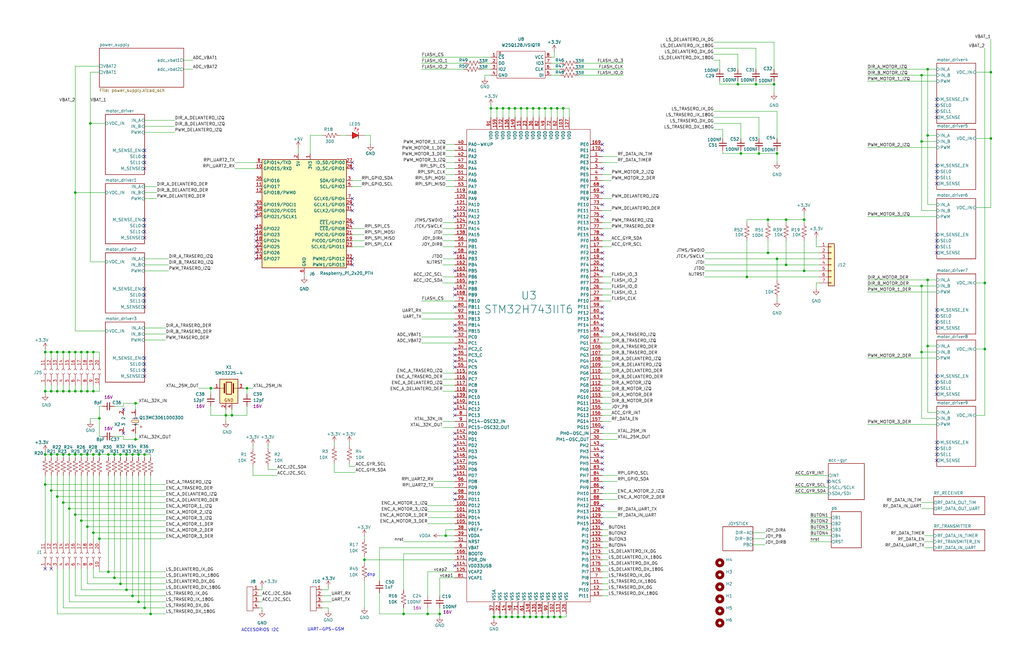
<source format=kicad_sch>
(kicad_sch (version 20250114) (generator "eeschema") (generator_version "9.0")
  (paper "USLedger")
  (title_block (title "RC-KAKATA-CONTROL") (date "2025-12-01") (rev "1.0") (company "ITLA-HUB") (comment 1 "Design: Carlos Pichardo"))
  (text "UART-GPS-GSM" (at 137.414 265.684 0) (effects (font (size 1.27 1.27))))
  (text "ACCESORIOS I2C" (at 109.728 265.938 0) (effects (font (size 1.27 1.27))))
  (text "dnp" (at 156.464 242.57 0) (effects (font (size 1.27 1.27))))
  (junction (at 60.96 191.77))
  (junction (at 24.13 191.77))
  (junction (at 24.13 165.1))
  (junction (at 29.21 165.1))
  (junction (at 104.14 163.83))
  (junction (at 224.79 45.72))
  (junction (at 388.62 59.69))
  (junction (at 21.59 165.1))
  (junction (at 391.16 29.21))
  (junction (at 323.85 106.68))
  (junction (at 26.67 148.59))
  (junction (at 331.47 111.76))
  (junction (at 415.29 147.32))
  (junction (at 218.44 260.35))
  (junction (at 36.83 222.25))
  (junction (at 228.6 260.35))
  (junction (at 217.17 45.72))
  (junction (at 55.88 251.46))
  (junction (at 234.95 45.72))
  (junction (at 226.06 260.35))
  (junction (at 45.72 241.3))
  (junction (at 210.82 260.35))
  (junction (at 21.59 207.01))
  (junction (at 58.42 254))
  (junction (at 39.37 224.79))
  (junction (at 88.9 163.83))
  (junction (at 214.63 45.72))
  (junction (at 207.01 45.72))
  (junction (at 153.67 236.22))
  (junction (at 53.34 248.92))
  (junction (at 26.67 165.1))
  (junction (at 232.41 45.72))
  (junction (at 34.29 191.77))
  (junction (at 388.62 148.59))
  (junction (at 24.13 209.55))
  (junction (at 185.42 259.08))
  (junction (at 97.79 175.26))
  (junction (at 34.29 165.1))
  (junction (at 48.26 191.77))
  (junction (at 326.39 35.56))
  (junction (at 34.29 219.71))
  (junction (at 63.5 259.08))
  (junction (at 31.75 217.17))
  (junction (at 29.21 148.59))
  (junction (at 53.34 191.77))
  (junction (at 327.66 109.22))
  (junction (at 391.16 118.11))
  (junction (at 36.83 191.77))
  (junction (at 60.96 256.54))
  (junction (at 57.15 170.18))
  (junction (at 19.05 204.47))
  (junction (at 31.75 191.77))
  (junction (at 391.16 57.15))
  (junction (at 38.1 52.07))
  (junction (at 323.85 92.71))
  (junction (at 95.25 175.26))
  (junction (at 187.96 226.06))
  (junction (at 39.37 191.77))
  (junction (at 45.72 191.77))
  (junction (at 227.33 45.72))
  (junction (at 41.91 191.77))
  (junction (at 327.66 64.77))
  (junction (at 311.15 35.56))
  (junction (at 233.68 260.35))
  (junction (at 318.77 35.56))
  (junction (at 50.8 246.38))
  (junction (at 39.37 165.1))
  (junction (at 170.18 259.08))
  (junction (at 48.26 243.84))
  (junction (at 31.75 81.28))
  (junction (at 391.16 146.05))
  (junction (at 417.83 58.42))
  (junction (at 237.49 45.72))
  (junction (at 19.05 165.1))
  (junction (at 39.37 148.59))
  (junction (at 21.59 148.59))
  (junction (at 312.42 64.77))
  (junction (at 24.13 148.59))
  (junction (at 57.15 185.42))
  (junction (at 29.21 214.63))
  (junction (at 415.29 119.38))
  (junction (at 50.8 191.77))
  (junction (at 209.55 45.72))
  (junction (at 213.36 260.35))
  (junction (at 223.52 260.35))
  (junction (at 41.91 176.53))
  (junction (at 320.04 64.77))
  (junction (at 19.05 191.77))
  (junction (at 29.21 191.77))
  (junction (at 26.67 212.09))
  (junction (at 229.87 45.72))
  (junction (at 36.83 148.59))
  (junction (at 208.28 260.35))
  (junction (at 215.9 260.35))
  (junction (at 19.05 148.59))
  (junction (at 41.91 227.33))
  (junction (at 219.71 45.72))
  (junction (at 55.88 191.77))
  (junction (at 388.62 31.75))
  (junction (at 231.14 260.35))
  (junction (at 36.83 165.1))
  (junction (at 21.59 191.77))
  (junction (at 26.67 191.77))
  (junction (at 180.34 259.08))
  (junction (at 34.29 148.59))
  (junction (at 31.75 165.1))
  (junction (at 58.42 191.77))
  (junction (at 339.09 92.71))
  (junction (at 331.47 92.71))
  (junction (at 222.25 45.72))
  (junction (at 314.96 116.84))
  (junction (at 212.09 45.72))
  (junction (at 31.75 148.59))
  (junction (at 388.62 120.65))
  (junction (at 220.98 260.35))
  (junction (at 417.83 30.48))
  (junction (at 339.09 114.3))
  (junction (at 236.22 260.35))
  (no_connect (at 254 220.98))
  (no_connect (at 107.95 96.52))
  (no_connect (at 191.77 193.04))
  (no_connect (at 60.96 127))
  (no_connect (at 52.07 172.72))
  (no_connect (at 254 190.5))
  (no_connect (at 148.59 88.9))
  (no_connect (at 191.77 106.68))
  (no_connect (at 107.95 106.68))
  (no_connect (at 191.77 198.12))
  (no_connect (at 60.96 97.79))
  (no_connect (at 60.96 92.71))
  (no_connect (at 191.77 154.94))
  (no_connect (at 191.77 210.82))
  (no_connect (at 394.97 106.68))
  (no_connect (at 191.77 139.7))
  (no_connect (at 191.77 129.54))
  (no_connect (at 254 132.08))
  (no_connect (at 107.95 86.36))
  (no_connect (at 191.77 114.3))
  (no_connect (at 191.77 167.64))
  (no_connect (at 254 195.58))
  (no_connect (at 148.59 111.76))
  (no_connect (at 60.96 158.75))
  (no_connect (at 191.77 208.28))
  (no_connect (at 60.96 121.92))
  (no_connect (at 394.97 191.77))
  (no_connect (at 394.97 101.6))
  (no_connect (at 60.96 100.33))
  (no_connect (at 394.97 135.89))
  (no_connect (at 191.77 195.58))
  (no_connect (at 148.59 86.36))
  (no_connect (at 254 205.74))
  (no_connect (at 394.97 138.43))
  (no_connect (at 254 139.7))
  (no_connect (at 191.77 185.42))
  (no_connect (at 394.97 189.23))
  (no_connect (at 394.97 41.91))
  (no_connect (at 394.97 69.85))
  (no_connect (at 254 78.74))
  (no_connect (at 254 193.04))
  (no_connect (at 394.97 77.47))
  (no_connect (at 60.96 124.46))
  (no_connect (at 254 91.44))
  (no_connect (at 60.96 153.67))
  (no_connect (at 394.97 72.39))
  (no_connect (at 191.77 149.86))
  (no_connect (at 254 99.06))
  (no_connect (at 394.97 130.81))
  (no_connect (at 394.97 44.45))
  (no_connect (at 107.95 88.9))
  (no_connect (at 60.96 63.5))
  (no_connect (at 394.97 74.93))
  (no_connect (at 191.77 172.72))
  (no_connect (at 394.97 133.35))
  (no_connect (at 394.97 104.14))
  (no_connect (at 107.95 91.44))
  (no_connect (at 148.59 93.98))
  (no_connect (at 60.96 95.25))
  (no_connect (at 191.77 187.96))
  (no_connect (at 254 71.12))
  (no_connect (at 60.96 156.21))
  (no_connect (at 394.97 166.37))
  (no_connect (at 60.96 66.04))
  (no_connect (at 191.77 137.16))
  (no_connect (at 191.77 91.44))
  (no_connect (at 349.25 203.2))
  (no_connect (at 254 63.5))
  (no_connect (at 21.59 240.03))
  (no_connect (at 19.05 240.03))
  (no_connect (at 254 134.62))
  (no_connect (at 60.96 68.58))
  (no_connect (at 107.95 101.6))
  (no_connect (at 107.95 104.14))
  (no_connect (at 254 187.96))
  (no_connect (at 191.77 121.92))
  (no_connect (at 148.59 83.82))
  (no_connect (at 191.77 200.66))
  (no_connect (at 148.59 109.22))
  (no_connect (at 254 111.76))
  (no_connect (at 52.07 182.88))
  (no_connect (at 191.77 88.9))
  (no_connect (at 254 81.28))
  (no_connect (at 394.97 161.29))
  (no_connect (at 394.97 49.53))
  (no_connect (at 254 129.54))
  (no_connect (at 191.77 238.76))
  (no_connect (at 60.96 151.13))
  (no_connect (at 394.97 46.99))
  (no_connect (at 254 106.68))
  (no_connect (at 394.97 194.31))
  (no_connect (at 394.97 186.69))
  (no_connect (at 394.97 163.83))
  (no_connect (at 254 114.3))
  (no_connect (at 254 109.22))
  (no_connect (at 191.77 182.88))
  (no_connect (at 191.77 147.32))
  (no_connect (at 394.97 158.75))
  (no_connect (at 394.97 99.06))
  (no_connect (at 148.59 68.58))
  (no_connect (at 191.77 190.5))
  (no_connect (at 191.77 175.26))
  (no_connect (at 254 180.34))
  (no_connect (at 107.95 109.22))
  (no_connect (at 60.96 71.12))
  (no_connect (at 254 137.16))
  (no_connect (at 107.95 99.06))
  (no_connect (at 254 198.12))
  (no_connect (at 254 60.96))
  (no_connect (at 60.96 129.54))
  (no_connect (at 191.77 124.46))
  (no_connect (at 191.77 152.4))
  (no_connect (at 254 86.36))
  (no_connect (at 191.77 170.18))
  (no_connect (at 254 213.36))
  (no_connect (at 148.59 71.12))
  (wire (pts (xy 320.04 63.5) (xy 320.04 64.77)))
  (wire (pts (xy 104.14 163.83) (xy 106.68 163.83)))
  (wire (pts (xy 180.34 215.9) (xy 191.77 215.9)))
  (wire (pts (xy 254 152.4) (xy 257.81 152.4)))
  (wire (pts (xy 344.17 119.38) (xy 344.17 121.92)))
  (wire (pts (xy 391.16 146.05) (xy 391.16 118.11)))
  (wire (pts (xy 417.83 30.48) (xy 417.83 58.42)))
  (wire (pts (xy 41.91 162.56) (xy 41.91 165.1)))
  (wire (pts (xy 187.96 76.2) (xy 191.77 76.2)))
  (wire (pts (xy 311.15 22.86) (xy 300.99 22.86)))
  (wire (pts (xy 254 251.46) (xy 256.54 251.46)))
  (wire (pts (xy 55.88 191.77) (xy 55.88 193.04)))
  (wire (pts (xy 39.37 148.59) (xy 36.83 148.59)))
  (wire (pts (xy 36.83 191.77) (xy 34.29 191.77)))
  (wire (pts (xy 365.76 179.07) (xy 394.97 179.07)))
  (wire (pts (xy 254 236.22) (xy 256.54 236.22)))
  (wire (pts (xy 326.39 34.29) (xy 326.39 35.56)))
  (wire (pts (xy 331.47 92.71) (xy 331.47 93.98)))
  (wire (pts (xy 327.66 125.73) (xy 327.66 127)))
  (wire (pts (xy 38.1 52.07) (xy 44.45 52.07)))
  (wire (pts (xy 57.15 170.18) (xy 58.42 170.18)))
  (wire (pts (xy 53.34 200.66) (xy 53.34 248.92)))
  (wire (pts (xy 21.59 148.59) (xy 21.59 151.13)))
  (wire (pts (xy 153.67 245.11) (xy 153.67 256.54)))
  (wire (pts (xy 77.47 29.21) (xy 81.28 29.21)))
  (wire (pts (xy 388.62 31.75) (xy 394.97 31.75)))
  (wire (pts (xy 24.13 191.77) (xy 21.59 191.77)))
  (wire (pts (xy 254 208.28) (xy 260.35 208.28)))
  (wire (pts (xy 69.85 214.63) (xy 29.21 214.63)))
  (wire (pts (xy 60.96 256.54) (xy 26.67 256.54)))
  (wire (pts (xy 34.29 200.66) (xy 34.29 219.71)))
  (wire (pts (xy 254 68.58) (xy 260.35 68.58)))
  (wire (pts (xy 58.42 191.77) (xy 58.42 193.04)))
  (wire (pts (xy 254 200.66) (xy 260.35 200.66)))
  (wire (pts (xy 327.66 109.22) (xy 327.66 118.11)))
  (wire (pts (xy 394.97 57.15) (xy 391.16 57.15)))
  (wire (pts (xy 254 116.84) (xy 257.81 116.84)))
  (wire (pts (xy 182.88 203.2) (xy 191.77 203.2)))
  (wire (pts (xy 335.28 205.74) (xy 349.25 205.74)))
  (wire (pts (xy 210.82 260.35) (xy 208.28 260.35)))
  (wire (pts (xy 254 104.14) (xy 257.81 104.14)))
  (wire (pts (xy 60.96 200.66) (xy 60.96 256.54)))
  (wire (pts (xy 24.13 148.59) (xy 21.59 148.59)))
  (wire (pts (xy 69.85 248.92) (xy 53.34 248.92)))
  (wire (pts (xy 83.82 163.83) (xy 88.9 163.83)))
  (wire (pts (xy 69.85 259.08) (xy 63.5 259.08)))
  (wire (pts (xy 323.85 106.68) (xy 345.44 106.68)))
  (wire (pts (xy 113.03 196.85) (xy 113.03 198.12)))
  (wire (pts (xy 95.25 172.72) (xy 95.25 175.26)))
  (wire (pts (xy 180.34 259.08) (xy 185.42 259.08)))
  (wire (pts (xy 314.96 93.98) (xy 314.96 92.71)))
  (wire (pts (xy 234.95 45.72) (xy 234.95 49.53)))
  (wire (pts (xy 24.13 151.13) (xy 24.13 148.59)))
  (wire (pts (xy 365.76 120.65) (xy 388.62 120.65)))
  (wire (pts (xy 234.95 45.72) (xy 232.41 45.72)))
  (wire (pts (xy 415.29 20.32) (xy 415.29 119.38)))
  (wire (pts (xy 254 228.6) (xy 256.54 228.6)))
  (wire (pts (xy 236.22 260.35) (xy 233.68 260.35)))
  (wire (pts (xy 138.43 248.92) (xy 135.89 248.92)))
  (wire (pts (xy 24.13 200.66) (xy 24.13 209.55)))
  (wire (pts (xy 182.88 205.74) (xy 191.77 205.74)))
  (wire (pts (xy 138.43 256.54) (xy 138.43 257.81)))
  (wire (pts (xy 148.59 99.06) (xy 153.67 99.06)))
  (wire (pts (xy 243.84 29.21) (xy 262.89 29.21)))
  (wire (pts (xy 128.27 115.57) (xy 128.27 116.84)))
  (wire (pts (xy 254 124.46) (xy 257.81 124.46)))
  (wire (pts (xy 160.02 231.14) (xy 160.02 245.11)))
  (wire (pts (xy 207.01 45.72) (xy 207.01 49.53)))
  (wire (pts (xy 210.82 259.08) (xy 210.82 260.35)))
  (wire (pts (xy 212.09 45.72) (xy 212.09 49.53)))
  (wire (pts (xy 50.8 246.38) (xy 36.83 246.38)))
  (wire (pts (xy 238.76 260.35) (xy 236.22 260.35)))
  (wire (pts (xy 219.71 45.72) (xy 219.71 49.53)))
  (wire (pts (xy 29.21 151.13) (xy 29.21 148.59)))
  (wire (pts (xy 26.67 191.77) (xy 26.67 193.04)))
  (wire (pts (xy 254 66.04) (xy 260.35 66.04)))
  (wire (pts (xy 140.97 199.39) (xy 140.97 195.58)))
  (wire (pts (xy 237.49 45.72) (xy 237.49 49.53)))
  (wire (pts (xy 130.81 57.15) (xy 135.89 57.15)))
  (wire (pts (xy 254 167.64) (xy 257.81 167.64)))
  (wire (pts (xy 297.18 106.68) (xy 323.85 106.68)))
  (wire (pts (xy 36.83 200.66) (xy 36.83 222.25)))
  (wire (pts (xy 149.86 199.39) (xy 140.97 199.39)))
  (wire (pts (xy 41.91 148.59) (xy 39.37 148.59)))
  (wire (pts (xy 58.42 191.77) (xy 60.96 191.77)))
  (wire (pts (xy 232.41 49.53) (xy 232.41 45.72)))
  (wire (pts (xy 365.76 151.13) (xy 394.97 151.13)))
  (wire (pts (xy 388.62 120.65) (xy 394.97 120.65)))
  (wire (pts (xy 254 172.72) (xy 257.81 172.72)))
  (wire (pts (xy 231.14 260.35) (xy 228.6 260.35)))
  (wire (pts (xy 207.01 44.45) (xy 207.01 45.72)))
  (wire (pts (xy 60.96 83.82) (xy 66.04 83.82)))
  (wire (pts (xy 391.16 118.11) (xy 394.97 118.11)))
  (wire (pts (xy 185.42 256.54) (xy 185.42 259.08)))
  (wire (pts (xy 254 243.84) (xy 256.54 243.84)))
  (wire (pts (xy 55.88 191.77) (xy 58.42 191.77)))
  (wire (pts (xy 318.77 35.56) (xy 326.39 35.56)))
  (wire (pts (xy 365.76 62.23) (xy 394.97 62.23)))
  (wire (pts (xy 104.14 175.26) (xy 97.79 175.26)))
  (wire (pts (xy 326.39 17.78) (xy 300.99 17.78)))
  (wire (pts (xy 388.62 148.59) (xy 388.62 120.65)))
  (wire (pts (xy 236.22 26.67) (xy 232.41 26.67)))
  (wire (pts (xy 21.59 165.1) (xy 19.05 165.1)))
  (wire (pts (xy 60.96 81.28) (xy 66.04 81.28)))
  (wire (pts (xy 218.44 260.35) (xy 215.9 260.35)))
  (wire (pts (xy 39.37 165.1) (xy 36.83 165.1)))
  (wire (pts (xy 57.15 185.42) (xy 58.42 185.42)))
  (wire (pts (xy 341.63 220.98) (xy 350.52 220.98)))
  (wire (pts (xy 38.1 110.49) (xy 44.45 110.49)))
  (wire (pts (xy 318.77 20.32) (xy 318.77 29.21)))
  (wire (pts (xy 177.8 29.21) (xy 195.58 29.21)))
  (wire (pts (xy 219.71 45.72) (xy 217.17 45.72)))
  (wire (pts (xy 335.28 200.66) (xy 349.25 200.66)))
  (wire (pts (xy 339.09 101.6) (xy 339.09 114.3)))
  (wire (pts (xy 212.09 45.72) (xy 209.55 45.72)))
  (wire (pts (xy 21.59 148.59) (xy 19.05 148.59)))
  (wire (pts (xy 297.18 111.76) (xy 331.47 111.76)))
  (wire (pts (xy 243.84 31.75) (xy 262.89 31.75)))
  (wire (pts (xy 140.97 186.69) (xy 140.97 187.96)))
  (wire (pts (xy 228.6 260.35) (xy 226.06 260.35)))
  (wire (pts (xy 160.02 250.19) (xy 160.02 259.08)))
  (wire (pts (xy 318.77 20.32) (xy 300.99 20.32)))
  (wire (pts (xy 26.67 148.59) (xy 24.13 148.59)))
  (wire (pts (xy 388.62 59.69) (xy 388.62 31.75)))
  (wire (pts (xy 63.5 191.77) (xy 63.5 193.04)))
  (wire (pts (xy 187.96 223.52) (xy 187.96 226.06)))
  (wire (pts (xy 226.06 260.35) (xy 223.52 260.35)))
  (wire (pts (xy 26.67 165.1) (xy 24.13 165.1)))
  (wire (pts (xy 52.07 170.18) (xy 57.15 170.18)))
  (wire (pts (xy 53.34 191.77) (xy 53.34 193.04)))
  (wire (pts (xy 394.97 148.59) (xy 388.62 148.59)))
  (wire (pts (xy 109.22 248.92) (xy 110.49 248.92)))
  (wire (pts (xy 240.03 45.72) (xy 237.49 45.72)))
  (wire (pts (xy 186.69 119.38) (xy 191.77 119.38)))
  (wire (pts (xy 52.07 170.18) (xy 52.07 171.45)))
  (wire (pts (xy 232.41 24.13) (xy 233.68 24.13)))
  (wire (pts (xy 109.22 254) (xy 110.49 254)))
  (wire (pts (xy 236.22 31.75) (xy 232.41 31.75)))
  (wire (pts (xy 218.44 259.08) (xy 218.44 260.35)))
  (wire (pts (xy 303.53 25.4) (xy 303.53 29.21)))
  (wire (pts (xy 60.96 114.3) (xy 71.12 114.3)))
  (wire (pts (xy 106.68 187.96) (xy 106.68 189.23)))
  (wire (pts (xy 208.28 259.08) (xy 208.28 260.35)))
  (wire (pts (xy 36.83 165.1) (xy 34.29 165.1)))
  (wire (pts (xy 187.96 63.5) (xy 191.77 63.5)))
  (wire (pts (xy 69.85 227.33) (xy 41.91 227.33)))
  (wire (pts (xy 45.72 241.3) (xy 41.91 241.3)))
  (wire (pts (xy 26.67 212.09) (xy 26.67 228.6)))
  (wire (pts (xy 147.32 186.69) (xy 147.32 187.96)))
  (wire (pts (xy 180.34 251.46) (xy 180.34 241.3)))
  (wire (pts (xy 254 177.8) (xy 257.81 177.8)))
  (wire (pts (xy 41.91 27.94) (xy 31.75 27.94)))
  (wire (pts (xy 19.05 200.66) (xy 19.05 204.47)))
  (wire (pts (xy 417.83 58.42) (xy 417.83 87.63)))
  (wire (pts (xy 60.96 55.88) (xy 73.66 55.88)))
  (wire (pts (xy 236.22 259.08) (xy 236.22 260.35)))
  (wire (pts (xy 170.18 259.08) (xy 180.34 259.08)))
  (wire (pts (xy 339.09 92.71) (xy 339.09 93.98)))
  (wire (pts (xy 318.77 34.29) (xy 318.77 35.56)))
  (wire (pts (xy 177.8 134.62) (xy 191.77 134.62)))
  (wire (pts (xy 170.18 248.92) (xy 170.18 233.68)))
  (wire (pts (xy 303.53 34.29) (xy 303.53 35.56)))
  (wire (pts (xy 31.75 162.56) (xy 31.75 165.1)))
  (wire (pts (xy 177.8 127) (xy 191.77 127)))
  (wire (pts (xy 186.69 180.34) (xy 191.77 180.34)))
  (wire (pts (xy 317.5 229.87) (xy 322.58 229.87)))
  (wire (pts (xy 60.96 140.97) (xy 69.85 140.97)))
  (wire (pts (xy 60.96 53.34) (xy 73.66 53.34)))
  (wire (pts (xy 223.52 260.35) (xy 220.98 260.35)))
  (wire (pts (xy 104.14 171.45) (xy 104.14 175.26)))
  (wire (pts (xy 254 210.82) (xy 260.35 210.82)))
  (wire (pts (xy 297.18 116.84) (xy 314.96 116.84)))
  (wire (pts (xy 97.79 175.26) (xy 97.79 172.72)))
  (wire (pts (xy 254 121.92) (xy 257.81 121.92)))
  (wire (pts (xy 254 182.88) (xy 260.35 182.88)))
  (wire (pts (xy 63.5 200.66) (xy 63.5 259.08)))
  (wire (pts (xy 29.21 214.63) (xy 29.21 228.6)))
  (wire (pts (xy 311.15 35.56) (xy 318.77 35.56)))
  (wire (pts (xy 191.77 223.52) (xy 187.96 223.52)))
  (wire (pts (xy 323.85 92.71) (xy 331.47 92.71)))
  (wire (pts (xy 254 149.86) (xy 257.81 149.86)))
  (wire (pts (xy 339.09 114.3) (xy 345.44 114.3)))
  (wire (pts (xy 88.9 163.83) (xy 90.17 163.83)))
  (wire (pts (xy 303.53 35.56) (xy 311.15 35.56)))
  (wire (pts (xy 233.68 260.35) (xy 231.14 260.35)))
  (wire (pts (xy 417.83 16.51) (xy 417.83 30.48)))
  (wire (pts (xy 254 119.38) (xy 257.81 119.38)))
  (wire (pts (xy 254 233.68) (xy 256.54 233.68)))
  (wire (pts (xy 365.76 118.11) (xy 391.16 118.11)))
  (wire (pts (xy 389.89 228.6) (xy 393.7 228.6)))
  (wire (pts (xy 411.48 175.26) (xy 415.29 175.26)))
  (wire (pts (xy 125.73 62.23) (xy 125.73 64.77)))
  (wire (pts (xy 26.67 148.59) (xy 26.67 151.13)))
  (wire (pts (xy 209.55 45.72) (xy 207.01 45.72)))
  (wire (pts (xy 69.85 254) (xy 58.42 254)))
  (wire (pts (xy 187.96 226.06) (xy 191.77 226.06)))
  (wire (pts (xy 116.84 200.66) (xy 106.68 200.66)))
  (wire (pts (xy 327.66 46.99) (xy 327.66 58.42)))
  (wire (pts (xy 226.06 259.08) (xy 226.06 260.35)))
  (wire (pts (xy 254 93.98) (xy 257.81 93.98)))
  (wire (pts (xy 335.28 208.28) (xy 349.25 208.28)))
  (wire (pts (xy 106.68 200.66) (xy 106.68 196.85)))
  (wire (pts (xy 153.67 226.06) (xy 153.67 227.33)))
  (wire (pts (xy 24.13 259.08) (xy 24.13 240.03)))
  (wire (pts (xy 39.37 191.77) (xy 39.37 193.04)))
  (wire (pts (xy 60.96 191.77) (xy 60.96 193.04)))
  (wire (pts (xy 60.96 50.8) (xy 73.66 50.8)))
  (wire (pts (xy 63.5 259.08) (xy 24.13 259.08)))
  (wire (pts (xy 236.22 29.21) (xy 232.41 29.21)))
  (wire (pts (xy 60.96 111.76) (xy 71.12 111.76)))
  (wire (pts (xy 394.97 88.9) (xy 388.62 88.9)))
  (wire (pts (xy 227.33 45.72) (xy 227.33 49.53)))
  (wire (pts (xy 232.41 45.72) (xy 229.87 45.72)))
  (wire (pts (xy 31.75 191.77) (xy 29.21 191.77)))
  (wire (pts (xy 254 175.26) (xy 257.81 175.26)))
  (wire (pts (xy 224.79 45.72) (xy 222.25 45.72)))
  (wire (pts (xy 388.62 176.53) (xy 388.62 148.59)))
  (wire (pts (xy 304.8 64.77) (xy 312.42 64.77)))
  (wire (pts (xy 391.16 57.15) (xy 391.16 29.21)))
  (wire (pts (xy 254 215.9) (xy 260.35 215.9)))
  (wire (pts (xy 29.21 148.59) (xy 26.67 148.59)))
  (wire (pts (xy 52.07 185.42) (xy 52.07 184.15)))
  (wire (pts (xy 29.21 200.66) (xy 29.21 214.63)))
  (wire (pts (xy 53.34 248.92) (xy 34.29 248.92)))
  (wire (pts (xy 143.51 57.15) (xy 146.05 57.15)))
  (wire (pts (xy 55.88 200.66) (xy 55.88 251.46)))
  (wire (pts (xy 24.13 191.77) (xy 24.13 193.04)))
  (wire (pts (xy 304.8 63.5) (xy 304.8 64.77)))
  (wire (pts (xy 57.15 170.18) (xy 57.15 172.72)))
  (wire (pts (xy 36.83 148.59) (xy 34.29 148.59)))
  (wire (pts (xy 233.68 259.08) (xy 233.68 260.35)))
  (wire (pts (xy 339.09 90.17) (xy 339.09 92.71)))
  (wire (pts (xy 180.34 220.98) (xy 191.77 220.98)))
  (wire (pts (xy 254 170.18) (xy 257.81 170.18)))
  (wire (pts (xy 48.26 243.84) (xy 39.37 243.84)))
  (wire (pts (xy 36.83 222.25) (xy 36.83 228.6)))
  (wire (pts (xy 26.67 162.56) (xy 26.67 165.1)))
  (wire (pts (xy 227.33 45.72) (xy 224.79 45.72)))
  (wire (pts (xy 41.91 241.3) (xy 41.91 240.03)))
  (wire (pts (xy 21.59 191.77) (xy 21.59 193.04)))
  (wire (pts (xy 21.59 200.66) (xy 21.59 207.01)))
  (wire (pts (xy 24.13 162.56) (xy 24.13 165.1)))
  (wire (pts (xy 177.8 24.13) (xy 207.01 24.13)))
  (wire (pts (xy 187.96 73.66) (xy 191.77 73.66)))
  (wire (pts (xy 39.37 165.1) (xy 41.91 165.1)))
  (wire (pts (xy 365.76 31.75) (xy 388.62 31.75)))
  (wire (pts (xy 191.77 243.84) (xy 185.42 243.84)))
  (wire (pts (xy 50.8 200.66) (xy 50.8 246.38)))
  (wire (pts (xy 57.15 182.88) (xy 57.15 185.42)))
  (wire (pts (xy 254 162.56) (xy 257.81 162.56)))
  (wire (pts (xy 344.17 100.33) (xy 344.17 104.14)))
  (wire (pts (xy 34.29 191.77) (xy 31.75 191.77)))
  (wire (pts (xy 38.1 30.48) (xy 38.1 52.07)))
  (wire (pts (xy 170.18 233.68) (xy 191.77 233.68)))
  (wire (pts (xy 217.17 45.72) (xy 214.63 45.72)))
  (wire (pts (xy 297.18 109.22) (xy 327.66 109.22)))
  (wire (pts (xy 53.34 191.77) (xy 55.88 191.77)))
  (wire (pts (xy 34.29 191.77) (xy 34.29 193.04)))
  (wire (pts (xy 254 185.42) (xy 260.35 185.42)))
  (wire (pts (xy 109.22 256.54) (xy 110.49 256.54)))
  (wire (pts (xy 243.84 26.67) (xy 262.89 26.67)))
  (wire (pts (xy 180.34 218.44) (xy 191.77 218.44)))
  (wire (pts (xy 69.85 212.09) (xy 26.67 212.09)))
  (wire (pts (xy 45.72 191.77) (xy 48.26 191.77)))
  (wire (pts (xy 312.42 52.07) (xy 300.99 52.07)))
  (wire (pts (xy 331.47 92.71) (xy 339.09 92.71)))
  (wire (pts (xy 148.59 104.14) (xy 153.67 104.14)))
  (wire (pts (xy 95.25 175.26) (xy 97.79 175.26)))
  (wire (pts (xy 77.47 25.4) (xy 81.28 25.4)))
  (wire (pts (xy 229.87 45.72) (xy 227.33 45.72)))
  (wire (pts (xy 314.96 116.84) (xy 345.44 116.84)))
  (wire (pts (xy 254 246.38) (xy 256.54 246.38)))
  (wire (pts (xy 203.2 29.21) (xy 207.01 29.21)))
  (wire (pts (xy 411.48 147.32) (xy 415.29 147.32)))
  (wire (pts (xy 388.62 212.09) (xy 393.7 212.09)))
  (wire (pts (xy 180.34 241.3) (xy 191.77 241.3)))
  (wire (pts (xy 180.34 256.54) (xy 180.34 259.08)))
  (wire (pts (xy 222.25 45.72) (xy 222.25 49.53)))
  (wire (pts (xy 69.85 224.79) (xy 39.37 224.79)))
  (wire (pts (xy 323.85 101.6) (xy 323.85 106.68)))
  (wire (pts (xy 38.1 52.07) (xy 38.1 110.49)))
  (wire (pts (xy 24.13 165.1) (xy 21.59 165.1)))
  (wire (pts (xy 411.48 87.63) (xy 417.83 87.63)))
  (wire (pts (xy 191.77 144.78) (xy 177.8 144.78)))
  (wire (pts (xy 204.47 31.75) (xy 204.47 33.02)))
  (wire (pts (xy 365.76 91.44) (xy 394.97 91.44)))
  (wire (pts (xy 48.26 191.77) (xy 50.8 191.77)))
  (wire (pts (xy 297.18 114.3) (xy 339.09 114.3)))
  (wire (pts (xy 177.8 132.08) (xy 191.77 132.08)))
  (wire (pts (xy 254 223.52) (xy 256.54 223.52)))
  (wire (pts (xy 220.98 260.35) (xy 218.44 260.35)))
  (wire (pts (xy 41.91 171.45) (xy 41.91 176.53)))
  (wire (pts (xy 207.01 31.75) (xy 204.47 31.75)))
  (wire (pts (xy 29.21 191.77) (xy 26.67 191.77)))
  (wire (pts (xy 113.03 198.12) (xy 116.84 198.12)))
  (wire (pts (xy 254 157.48) (xy 257.81 157.48)))
  (wire (pts (xy 45.72 193.04) (xy 45.72 191.77)))
  (wire (pts (xy 312.42 64.77) (xy 320.04 64.77)))
  (wire (pts (xy 34.29 248.92) (xy 34.29 240.03)))
  (wire (pts (xy 254 241.3) (xy 256.54 241.3)))
  (wire (pts (xy 69.85 217.17) (xy 31.75 217.17)))
  (wire (pts (xy 215.9 260.35) (xy 213.36 260.35)))
  (wire (pts (xy 44.45 139.7) (xy 31.75 139.7)))
  (wire (pts (xy 186.69 165.1) (xy 191.77 165.1)))
  (wire (pts (xy 191.77 231.14) (xy 160.02 231.14)))
  (wire (pts (xy 130.81 57.15) (xy 130.81 64.77)))
  (wire (pts (xy 185.42 226.06) (xy 187.96 226.06)))
  (wire (pts (xy 327.66 109.22) (xy 345.44 109.22)))
  (wire (pts (xy 214.63 45.72) (xy 212.09 45.72)))
  (wire (pts (xy 224.79 45.72) (xy 224.79 49.53)))
  (wire (pts (xy 48.26 191.77) (xy 48.26 193.04)))
  (wire (pts (xy 19.05 147.32) (xy 19.05 148.59)))
  (wire (pts (xy 331.47 111.76) (xy 345.44 111.76)))
  (wire (pts (xy 50.8 191.77) (xy 50.8 193.04)))
  (wire (pts (xy 58.42 200.66) (xy 58.42 254)))
  (wire (pts (xy 29.21 162.56) (xy 29.21 165.1)))
  (wire (pts (xy 186.69 160.02) (xy 191.77 160.02)))
  (wire (pts (xy 31.75 27.94) (xy 31.75 81.28)))
  (wire (pts (xy 254 83.82) (xy 257.81 83.82)))
  (wire (pts (xy 21.59 162.56) (xy 21.59 165.1)))
  (wire (pts (xy 29.21 191.77) (xy 29.21 193.04)))
  (wire (pts (xy 36.83 246.38) (xy 36.83 240.03)))
  (wire (pts (xy 26.67 200.66) (xy 26.67 212.09)))
  (wire (pts (xy 365.76 34.29) (xy 394.97 34.29)))
  (wire (pts (xy 185.42 243.84) (xy 185.42 251.46)))
  (wire (pts (xy 39.37 243.84) (xy 39.37 240.03)))
  (wire (pts (xy 341.63 226.06) (xy 350.52 226.06)))
  (wire (pts (xy 34.29 162.56) (xy 34.29 165.1)))
  (wire (pts (xy 186.69 162.56) (xy 191.77 162.56)))
  (wire (pts (xy 148.59 96.52) (xy 153.67 96.52)))
  (wire (pts (xy 254 160.02) (xy 257.81 160.02)))
  (wire (pts (xy 326.39 17.78) (xy 326.39 29.21)))
  (wire (pts (xy 254 165.1) (xy 257.81 165.1)))
  (wire (pts (xy 415.29 175.26) (xy 415.29 147.32)))
  (wire (pts (xy 21.59 207.01) (xy 21.59 228.6)))
  (wire (pts (xy 254 76.2) (xy 257.81 76.2)))
  (wire (pts (xy 365.76 29.21) (xy 391.16 29.21)))
  (wire (pts (xy 186.69 111.76) (xy 191.77 111.76)))
  (wire (pts (xy 31.75 217.17) (xy 31.75 228.6)))
  (wire (pts (xy 254 88.9) (xy 257.81 88.9)))
  (wire (pts (xy 186.69 96.52) (xy 191.77 96.52)))
  (wire (pts (xy 254 218.44) (xy 260.35 218.44)))
  (wire (pts (xy 391.16 173.99) (xy 391.16 146.05)))
  (wire (pts (xy 223.52 259.08) (xy 223.52 260.35)))
  (wire (pts (xy 415.29 147.32) (xy 415.29 119.38)))
  (wire (pts (xy 41.91 227.33) (xy 41.91 228.6)))
  (wire (pts (xy 228.6 259.08) (xy 228.6 260.35)))
  (wire (pts (xy 149.86 196.85) (xy 147.32 196.85)))
  (wire (pts (xy 314.96 101.6) (xy 314.96 116.84)))
  (wire (pts (xy 69.85 256.54) (xy 60.96 256.54)))
  (wire (pts (xy 41.91 191.77) (xy 39.37 191.77)))
  (wire (pts (xy 45.72 200.66) (xy 45.72 241.3)))
  (wire (pts (xy 156.21 57.15) (xy 156.21 60.96)))
  (wire (pts (xy 69.85 204.47) (xy 19.05 204.47)))
  (wire (pts (xy 394.97 59.69) (xy 388.62 59.69)))
  (wire (pts (xy 36.83 191.77) (xy 36.83 193.04)))
  (wire (pts (xy 48.26 200.66) (xy 48.26 243.84)))
  (wire (pts (xy 26.67 256.54) (xy 26.67 240.03)))
  (wire (pts (xy 34.29 219.71) (xy 34.29 228.6)))
  (wire (pts (xy 254 248.92) (xy 256.54 248.92)))
  (wire (pts (xy 58.42 254) (xy 29.21 254)))
  (wire (pts (xy 69.85 222.25) (xy 36.83 222.25)))
  (wire (pts (xy 69.85 219.71) (xy 34.29 219.71)))
  (wire (pts (xy 365.76 123.19) (xy 394.97 123.19)))
  (wire (pts (xy 222.25 45.72) (xy 219.71 45.72)))
  (wire (pts (xy 254 147.32) (xy 257.81 147.32)))
  (wire (pts (xy 394.97 176.53) (xy 388.62 176.53)))
  (wire (pts (xy 254 127) (xy 257.81 127)))
  (wire (pts (xy 186.69 109.22) (xy 191.77 109.22)))
  (wire (pts (xy 19.05 162.56) (xy 19.05 165.1)))
  (wire (pts (xy 254 101.6) (xy 257.81 101.6)))
  (wire (pts (xy 39.37 191.77) (xy 36.83 191.77)))
  (wire (pts (xy 254 142.24) (xy 257.81 142.24)))
  (wire (pts (xy 231.14 259.08) (xy 231.14 260.35)))
  (wire (pts (xy 389.89 226.06) (xy 393.7 226.06)))
  (wire (pts (xy 345.44 119.38) (xy 344.17 119.38)))
  (wire (pts (xy 186.69 104.14) (xy 191.77 104.14)))
  (wire (pts (xy 177.8 142.24) (xy 191.77 142.24)))
  (wire (pts (xy 29.21 165.1) (xy 26.67 165.1)))
  (wire (pts (xy 69.85 243.84) (xy 48.26 243.84)))
  (wire (pts (xy 388.62 214.63) (xy 393.7 214.63)))
  (wire (pts (xy 34.29 165.1) (xy 31.75 165.1)))
  (wire (pts (xy 36.83 148.59) (xy 36.83 151.13)))
  (wire (pts (xy 39.37 151.13) (xy 39.37 148.59)))
  (wire (pts (xy 31.75 148.59) (xy 31.75 151.13)))
  (wire (pts (xy 314.96 92.71) (xy 323.85 92.71)))
  (wire (pts (xy 88.9 166.37) (xy 88.9 163.83)))
  (wire (pts (xy 148.59 101.6) (xy 153.67 101.6)))
  (wire (pts (xy 19.05 165.1) (xy 19.05 166.37)))
  (wire (pts (xy 31.75 200.66) (xy 31.75 217.17)))
  (wire (pts (xy 48.26 171.45) (xy 52.07 171.45)))
  (wire (pts (xy 41.91 176.53) (xy 41.91 184.15)))
  (wire (pts (xy 69.85 209.55) (xy 24.13 209.55)))
  (wire (pts (xy 31.75 251.46) (xy 31.75 240.03)))
  (wire (pts (xy 60.96 78.74) (xy 66.04 78.74)))
  (wire (pts (xy 327.66 63.5) (xy 327.66 64.77)))
  (wire (pts (xy 187.96 60.96) (xy 191.77 60.96)))
  (wire (pts (xy 320.04 49.53) (xy 320.04 58.42)))
  (wire (pts (xy 88.9 171.45) (xy 88.9 175.26)))
  (wire (pts (xy 38.1 177.8) (xy 38.1 176.53)))
  (wire (pts (xy 327.66 64.77) (xy 327.66 68.58)))
  (wire (pts (xy 303.53 25.4) (xy 300.99 25.4)))
  (wire (pts (xy 31.75 191.77) (xy 31.75 193.04)))
  (wire (pts (xy 312.42 63.5) (xy 312.42 64.77)))
  (wire (pts (xy 147.32 196.85) (xy 147.32 195.58)))
  (wire (pts (xy 195.58 26.67) (xy 177.8 26.67)))
  (wire (pts (xy 229.87 45.72) (xy 229.87 49.53)))
  (wire (pts (xy 388.62 88.9) (xy 388.62 59.69)))
  (wire (pts (xy 254 96.52) (xy 257.81 96.52)))
  (wire (pts (xy 41.91 200.66) (xy 41.91 227.33)))
  (wire (pts (xy 254 73.66) (xy 257.81 73.66)))
  (wire (pts (xy 21.59 191.77) (xy 19.05 191.77)))
  (wire (pts (xy 60.96 191.77) (xy 63.5 191.77)))
  (wire (pts (xy 55.88 251.46) (xy 31.75 251.46)))
  (wire (pts (xy 43.18 171.45) (xy 41.91 171.45)))
  (wire (pts (xy 19.05 190.5) (xy 19.05 191.77)))
  (wire (pts (xy 170.18 256.54) (xy 170.18 259.08)))
  (wire (pts (xy 327.66 46.99) (xy 300.99 46.99)))
  (wire (pts (xy 220.98 259.08) (xy 220.98 260.35)))
  (wire (pts (xy 88.9 175.26) (xy 95.25 175.26)))
  (wire (pts (xy 186.69 101.6) (xy 191.77 101.6)))
  (wire (pts (xy 148.59 76.2) (xy 152.4 76.2)))
  (wire (pts (xy 240.03 49.53) (xy 240.03 45.72)))
  (wire (pts (xy 187.96 68.58) (xy 191.77 68.58)))
  (wire (pts (xy 215.9 259.08) (xy 215.9 260.35)))
  (wire (pts (xy 48.26 184.15) (xy 52.07 184.15)))
  (wire (pts (xy 153.67 57.15) (xy 156.21 57.15)))
  (wire (pts (xy 110.49 256.54) (xy 110.49 257.81)))
  (wire (pts (xy 69.85 251.46) (xy 55.88 251.46)))
  (wire (pts (xy 36.83 162.56) (xy 36.83 165.1)))
  (wire (pts (xy 138.43 256.54) (xy 135.89 256.54)))
  (wire (pts (xy 170.18 228.6) (xy 191.77 228.6)))
  (wire (pts (xy 135.89 254) (xy 139.7 254)))
  (wire (pts (xy 39.37 224.79) (xy 39.37 228.6)))
  (wire (pts (xy 104.14 163.83) (xy 104.14 166.37)))
  (wire (pts (xy 41.91 184.15) (xy 43.18 184.15)))
  (wire (pts (xy 326.39 35.56) (xy 326.39 39.37)))
  (wire (pts (xy 311.15 22.86) (xy 311.15 29.21)))
  (wire (pts (xy 209.55 45.72) (xy 209.55 49.53)))
  (wire (pts (xy 135.89 251.46) (xy 139.7 251.46)))
  (wire (pts (xy 238.76 259.08) (xy 238.76 260.35)))
  (wire (pts (xy 187.96 66.04) (xy 191.77 66.04)))
  (wire (pts (xy 19.05 148.59) (xy 19.05 151.13)))
  (wire (pts (xy 39.37 200.66) (xy 39.37 224.79)))
  (wire (pts (xy 60.96 109.22) (xy 71.12 109.22)))
  (wire (pts (xy 19.05 191.77) (xy 19.05 193.04)))
  (wire (pts (xy 50.8 191.77) (xy 53.34 191.77)))
  (wire (pts (xy 237.49 45.72) (xy 234.95 45.72)))
  (wire (pts (xy 186.69 116.84) (xy 191.77 116.84)))
  (wire (pts (xy 187.96 71.12) (xy 191.77 71.12)))
  (wire (pts (xy 160.02 259.08) (xy 170.18 259.08)))
  (wire (pts (xy 99.06 68.58) (xy 107.95 68.58)))
  (wire (pts (xy 317.5 227.33) (xy 322.58 227.33)))
  (wire (pts (xy 102.87 163.83) (xy 104.14 163.83)))
  (wire (pts (xy 254 226.06) (xy 256.54 226.06)))
  (wire (pts (xy 391.16 86.36) (xy 391.16 57.15)))
  (wire (pts (xy 31.75 81.28) (xy 44.45 81.28)))
  (wire (pts (xy 341.63 228.6) (xy 350.52 228.6)))
  (wire (pts (xy 60.96 143.51) (xy 69.85 143.51)))
  (wire (pts (xy 186.69 157.48) (xy 191.77 157.48)))
  (wire (pts (xy 31.75 81.28) (xy 31.75 139.7)))
  (wire (pts (xy 69.85 241.3) (xy 45.72 241.3)))
  (wire (pts (xy 31.75 148.59) (xy 29.21 148.59)))
  (wire (pts (xy 41.91 191.77) (xy 45.72 191.77)))
  (wire (pts (xy 95.25 175.26) (xy 95.25 177.8)))
  (wire (pts (xy 213.36 260.35) (xy 210.82 260.35)))
  (wire (pts (xy 186.69 177.8) (xy 191.77 177.8)))
  (wire (pts (xy 394.97 146.05) (xy 391.16 146.05)))
  (wire (pts (xy 415.29 119.38) (xy 411.48 119.38)))
  (wire (pts (xy 394.97 173.99) (xy 391.16 173.99)))
  (wire (pts (xy 110.49 248.92) (xy 110.49 247.65)))
  (wire (pts (xy 153.67 236.22) (xy 153.67 237.49)))
  (wire (pts (xy 341.63 223.52) (xy 350.52 223.52)))
  (wire (pts (xy 38.1 30.48) (xy 41.91 30.48)))
  (wire (pts (xy 34.29 151.13) (xy 34.29 148.59)))
  (wire (pts (xy 323.85 93.98) (xy 323.85 92.71)))
  (wire (pts (xy 341.63 218.44) (xy 350.52 218.44)))
  (wire (pts (xy 34.29 148.59) (xy 31.75 148.59)))
  (wire (pts (xy 394.97 86.36) (xy 391.16 86.36)))
  (wire (pts (xy 331.47 101.6) (xy 331.47 111.76)))
  (wire (pts (xy 317.5 224.79) (xy 322.58 224.79)))
  (wire (pts (xy 148.59 78.74) (xy 152.4 78.74)))
  (wire (pts (xy 311.15 34.29) (xy 311.15 35.56)))
  (wire (pts (xy 185.42 259.08) (xy 185.42 260.35)))
  (wire (pts (xy 31.75 165.1) (xy 29.21 165.1)))
  (wire (pts (xy 41.91 193.04) (xy 41.91 191.77)))
  (wire (pts (xy 304.8 54.61) (xy 304.8 58.42)))
  (wire (pts (xy 391.16 29.21) (xy 394.97 29.21)))
  (wire (pts (xy 19.05 204.47) (xy 19.05 228.6)))
  (wire (pts (xy 304.8 54.61) (xy 300.99 54.61)))
  (wire (pts (xy 52.07 185.42) (xy 57.15 185.42)))
  (wire (pts (xy 320.04 64.77) (xy 327.66 64.77)))
  (wire (pts (xy 208.28 260.35) (xy 208.28 261.62)))
  (wire (pts (xy 113.03 187.96) (xy 113.03 189.23)))
  (wire (pts (xy 60.96 138.43) (xy 69.85 138.43)))
  (wire (pts (xy 312.42 52.07) (xy 312.42 58.42)))
  (wire (pts (xy 180.34 213.36) (xy 191.77 213.36)))
  (wire (pts (xy 389.89 231.14) (xy 393.7 231.14)))
  (wire (pts (xy 38.1 176.53) (xy 41.91 176.53)))
  (wire (pts (xy 320.04 49.53) (xy 300.99 49.53)))
  (wire (pts (xy 254 203.2) (xy 260.35 203.2)))
  (wire (pts (xy 203.2 26.67) (xy 207.01 26.67)))
  (wire (pts (xy 41.91 151.13) (xy 41.91 148.59)))
  (wire (pts (xy 217.17 45.72) (xy 217.17 49.53)))
  (wire (pts (xy 254 154.94) (xy 257.81 154.94)))
  (wire (pts (xy 254 231.14) (xy 256.54 231.14)))
  (wire (pts (xy 138.43 247.65) (xy 138.43 248.92)))
  (wire (pts (xy 99.06 71.12) (xy 107.95 71.12)))
  (wire (pts (xy 39.37 162.56) (xy 39.37 165.1)))
  (wire (pts (xy 24.13 209.55) (xy 24.13 228.6)))
  (wire (pts (xy 411.48 58.42) (xy 417.83 58.42)))
  (wire (pts (xy 29.21 254) (xy 29.21 240.03)))
  (wire (pts (xy 153.67 234.95) (xy 153.67 236.22)))
  (wire (pts (xy 187.96 78.74) (xy 191.77 78.74)))
  (wire (pts (xy 254 144.78) (xy 257.81 144.78)))
  (wire (pts (xy 69.85 246.38) (xy 50.8 246.38)))
  (wire (pts (xy 344.17 104.14) (xy 345.44 104.14)))
  (wire (pts (xy 254 238.76) (xy 256.54 238.76)))
  (wire (pts (xy 213.36 259.08) (xy 213.36 260.35)))
  (wire (pts (xy 411.48 30.48) (xy 417.83 30.48)))
  (wire (pts (xy 186.69 99.06) (xy 191.77 99.06)))
  (wire (pts (xy 186.69 93.98) (xy 191.77 93.98)))
  (wire (pts (xy 233.68 21.59) (xy 233.68 24.13)))
  (wire (pts (xy 26.67 191.77) (xy 24.13 191.77)))
  (wire (pts (xy 109.22 251.46) (xy 110.49 251.46)))
  (wire (pts (xy 214.63 45.72) (xy 214.63 49.53)))
  (wire (pts (xy 153.67 236.22) (xy 191.77 236.22)))
  (wire (pts (xy 69.85 207.01) (xy 21.59 207.01)))
  (label "LS_DELANTERO_DX_0G" (at 69.85 246.38 0))
  (label "FLASH_IO_2" (at 257.81 119.38 0))
  (label "LS_TRASERO_IX_0G" (at 256.54 243.84 0))
  (label "ACC_GYR_SDA" (at 149.86 199.39 0))
  (label "RPI_SPI_MOSI" (at 187.96 76.2 180))
  (label "RF_DATA_IN_UART" (at 388.62 214.63 180))
  (label "UART_RX" (at 139.7 251.46 0))
  (label "DIR_A_TRASERO_IZQ" (at 71.12 109.22 0))
  (label "JTCK{slash}SWCLK" (at 186.69 96.52 180))
  (label "LS_TRASERO_IX_180G" (at 256.54 246.38 0))
  (label "FLASH_CS" (at 177.8 24.13 0))
  (label "RPI_GPIO_SCL" (at 260.35 200.66 0))
  (label "RPI_SPI_MISO" (at 153.67 101.6 0))
  (label "DIR_A_DELANTERO_DER" (at 66.04 78.74 0))
  (label "PWM_MOTOR_3_DER" (at 365.76 179.07 0))
  (label "BUTON3" (at 341.63 223.52 0))
  (label "LS_TRASERO_DX_180G" (at 256.54 251.46 0))
  (label "RF_DATA_EN" (at 389.89 228.6 180))
  (label "UART_TX" (at 139.7 254 0))
  (label "LS_TRASERO_IX_180G" (at 69.85 254 0))
  (label "DIR_B_MOTOR_IZQ" (at 365.76 31.75 0))
  (label "BUTON2" (at 256.54 226.06 0))
  (label "LS_TRASERO_DX_0G" (at 69.85 256.54 0))
  (label "ADC_VBAT2" (at 177.8 144.78 180))
  (label "JOY_DIRA" (at 322.58 224.79 0))
  (label "FLASH_IO_3" (at 257.81 116.84 0))
  (label "nrst" (at 341.63 228.6 0))
  (label "PWM_MOTOR_1_IZQ" (at 365.76 34.29 0))
  (label "NJTRST" (at 297.18 116.84 180))
  (label "DIR_A_TRASERO_IZQ" (at 257.81 142.24 0))
  (label "JTDO" (at 186.69 109.22 180))
  (label "FLASH_CLK" (at 257.81 127 0))
  (label "ACC_I2C_SCL" (at 116.84 200.66 0))
  (label "ACC_I2C_SDA" (at 186.69 119.38 180))
  (label "RPI_UART2_TX" (at 182.88 205.74 180))
  (label "JTDI" (at 186.69 99.06 180))
  (label "XTAL_25M_IN" (at 260.35 182.88 0))
  (label "ACC_GYR_SCL" (at 257.81 104.14 0))
  (label "XTAL_32K_IN" (at 58.42 170.18 0))
  (label "XTAL_32K_OUT" (at 186.69 180.34 180))
  (label "ACC_GYR_INT" (at 257.81 175.26 0))
  (label "ENC_A_DELANTERO_DER" (at 69.85 212.09 0))
  (label "JTDO" (at 297.18 114.3 180))
  (label "ENC_A_TRASERO_DER" (at 186.69 160.02 180))
  (label "DIR_B_DELANTERO_IZQ" (at 73.66 53.34 0))
  (label "PWM_TRASERO_IZQ" (at 71.12 114.3 0))
  (label "DIR_B_TRASERO_DER" (at 69.85 140.97 0))
  (label "PWM_DELANTERO_DER" (at 66.04 83.82 0))
  (label "VBAT_1" (at 38.1 43.18 0))
  (label "RF_DATA_EN" (at 257.81 177.8 0))
  (label "PWM_DELANTERO_IZQ" (at 73.66 55.88 0))
  (label "ENC_A_TRASERO_IZQ" (at 69.85 204.47 0))
  (label "PWM_MOTOR_1_IZQ" (at 187.96 60.96 180))
  (label "DIR_B_MOTOR_DER" (at 365.76 120.65 0))
  (label "PWM_TRASERO_DER" (at 69.85 143.51 0))
  (label "DIR_A_MOTOR_DER" (at 365.76 118.11 0))
  (label "RF_DATA_IN_UART" (at 260.35 218.44 0))
  (label "vcap1" (at 185.42 243.84 0))
  (label "RPI_UART2_TX" (at 99.06 68.58 180))
  (label "RPI_UART2_RX" (at 182.88 203.2 180))
  (label "BUTON2" (at 341.63 220.98 0))
  (label "LS_TRASERO_IX_0G" (at 69.85 251.46 0))
  (label "XTAL_25M_IN" (at 106.68 163.83 0))
  (label "FLASH_IO_0" (at 257.81 121.92 0))
  (label "PWM_DELANTERO_IZQ" (at 257.81 83.82 0))
  (label "NJTRST" (at 186.69 111.76 180))
  (label "LS_TRASERO_IX_0G" (at 300.99 46.99 180))
  (label "JOY_DIRB" (at 322.58 229.87 0))
  (label "FLASH_IO_3" (at 262.89 26.67 180))
  (label "RF_DATA_UART_TX" (at 260.35 215.9 0))
  (label "RPI_SPI_CLK" (at 153.67 104.14 0))
  (label "ACC_I2C_SDA" (at 116.84 198.12 0))
  (label "UART_TX" (at 177.8 134.62 180))
  (label "ENC_A_MOTOR_2_IZQ" (at 69.85 217.17 0))
  (label "XTAL_25M_OUT" (at 83.82 163.83 180))
  (label "PWM_MOTOR_3_IZQ" (at 187.96 68.58 180))
  (label "ENC_A_MOTOR_3_DER" (at 180.34 220.98 180))
  (label "DIR_B_DELANTERO_DER" (at 257.81 160.02 0))
  (label "BUTON1" (at 341.63 218.44 0))
  (label "PWM_TRASERO_IZQ" (at 257.81 93.98 0))
  (label "ENC_A_TRASERO_DER" (at 69.85 207.01 0))
  (label "RF_DATA_TIMER" (at 260.35 68.58 0))
  (label "LS_DELANTERO_IX_180G" (at 69.85 243.84 0))
  (label "LS_TRASERO_DX_180G" (at 69.85 259.08 0))
  (label "FLASH_CS" (at 177.8 127 0))
  (label "ENC_A_MOTOR_2_DER" (at 260.35 210.82 0))
  (label "DIR_B_MOTOR_DER" (at 257.81 170.18 0))
  (label "RF_DATA_UART_TX" (at 389.89 231.14 180))
  (label "FLASH_IO_0" (at 262.89 31.75 180))
  (label "DIR_A_DELANTERO_DER" (at 257.81 157.48 0))
  (label "ADC_VBAT1" (at 81.28 25.4 0))
  (label "ACC_I2C_SCL" (at 110.49 254 0))
  (label "FLASH_CLK" (at 262.89 29.21 180))
  (label "DIR_B_TRASERO_IZQ" (at 257.81 144.78 0))
  (label "PWM_MOTOR_2_DER" (at 365.76 151.13 0))
  (label "LS_DELANTERO_DX_180G" (at 69.85 248.92 0))
  (label "ADC_VBAT1" (at 177.8 142.24 180))
  (label "LS_DELANTERO_DX_0G" (at 256.54 238.76 0))
  (label "JOY_PB" (at 257.81 172.72 0))
  (label "LS_DELANTERO_IX_180G" (at 256.54 236.22 0))
  (label "LS_TRASERO_DX_180G" (at 300.99 54.61 180))
  (label "PWM_TRASERO_DER" (at 257.81 96.52 0))
  (label "JTCK{slash}SWCLK" (at 297.18 109.22 180))
  (label "ENC_A_MOTOR_1_IZQ" (at 180.34 213.36 180))
  (label "VBAT_1" (at 417.83 16.51 180))
  (label "JTDI" (at 297.18 111.76 180))
  (label "RPI_SPI_CS" (at 153.67 96.52 0))
  (label "LS_DELANTERO_IX_0G" (at 256.54 233.68 0))
  (label "DIR_A_MOTOR_IZQ" (at 257.81 162.56 0))
  (label "ENC_A_MOTOR_1_IZQ" (at 69.85 214.63 0))
  (label "VBAT_2" (at 415.29 20.32 180))
  (label "nrst" (at 170.18 228.6 180))
  (label "PWM_MOTOR_1_DER" (at 365.76 123.19 0))
  (label "XTAL_32K_IN" (at 186.69 177.8 180))
  (label "XTAL_25M_OUT" (at 260.35 185.42 0))
  (label "JTMS{slash}SWDIO" (at 186.69 93.98 180))
  (label "ACC_I2C_SDA" (at 110.49 251.46 0))
  (label "BUTON1" (at 256.54 223.52 0))
  (label "ENC_A_MOTOR_1_DER" (at 180.34 218.44 180))
  (label "DIR_A_TRASERO_DER" (at 257.81 147.32 0))
  (label "RF_DATA_IN_TIM" (at 260.35 66.04 0))
  (label "ACC_GYR_SDA" (at 257.81 101.6 0))
  (label "RPI_UART2_RX" (at 99.06 71.12 180))
  (label "LS_TRASERO_DX_0G" (at 256.54 248.92 0))
  (label "JOY_PB" (at 322.58 227.33 0))
  (label "BUTON3" (at 256.54 228.6 0))
  (label "ENC_A_MOTOR_3_DER" (at 69.85 227.33 0))
  (label "LS_TRASERO_IX_180G" (at 300.99 49.53 180))
  (label "RPI_SPI_MISO" (at 187.96 78.74 180))
  (label "ENC_A_MOTOR_2_IZQ" (at 260.35 208.28 0))
  (label "VBAT_2" (at 31.75 43.18 180))
  (label "JTMS{slash}SWDIO" (at 297.18 106.68 180))
  (label "JOY_DIRA" (at 186.69 101.6 180))
  (label "RPI_SPI_CS" (at 187.96 71.12 180))
  (label "JOY_DIRB" (at 186.69 104.14 180))
  (label "PWM_MOTOR_2_DER" (at 257.81 76.2 0))
  (label "RPI_SPI_MOSI" (at 153.67 99.06 0))
  (label "DIR_A_DELANTERO_IZQ" (at 257.81 152.4 0))
  (label "ENC_A_MOTOR_3_IZQ" (at 180.34 215.9 180))
  (label "LS_DELANTERO_DX_180G" (at 300.99 25.4 180))
  (label "DIR_A_DELANTERO_IZQ" (at 73.66 50.8 0))
  (label "ACC_GYR_INT" (at 335.28 200.66 0))
  (label "DIR_B_DELANTERO_DER" (at 66.04 81.28 0))
  (label "PWM_MOTOR_2_IZQ" (at 365.76 62.23 0))
  (label "ENC_A_MOTOR_3_IZQ" (at 69.85 219.71 0))
  (label "RF_DATA_IN_TIM" (at 388.62 212.09 180))
  (label "ENC_A_TRASERO_IZQ" (at 186.69 157.48 180))
  (label "LS_TRASERO_DX_0G" (at 300.99 52.07 180))
  (label "LS_DELANTERO_DX_180G" (at 256.54 241.3 0))
  (label "DIR_A_TRASERO_DER" (at 69.85 138.43 0))
  (label "RF_DATA_TIMER" (at 389.89 226.06 180))
  (label "DIR_B_DELANTERO_IZQ" (at 257.81 154.94 0))
  (label "DIR_B_TRASERO_IZQ" (at 71.12 111.76 0))
  (label "ACC_GYR_SDA" (at 335.28 208.28 0))
  (label "UART_RX" (at 177.8 132.08 180))
  (label "DIR_B_MOTOR_IZQ" (at 257.81 165.1 0))
  (label "DIR_A_MOTOR_DER" (at 257.81 167.64 0))
  (label "PWM_MOTOR_3_IZQ" (at 365.76 91.44 0))
  (label "PWM_MOTOR_1_DER" (at 187.96 63.5 180))
  (label "PWM_DELANTERO_DER" (at 257.81 88.9 0))
  (label "LS_DELANTERO_DX_0G" (at 300.99 22.86 180))
  (label "XTAL_32K_OUT" (at 58.42 185.42 0))
  (label "BUTON4" (at 256.54 231.14 0))
  (label "ENC_A_MOTOR_2_DER" (at 69.85 224.79 0))
  (label "ENC_A_DELANTERO_IZQ" (at 69.85 209.55 0))
  (label "ACC_GYR_SCL" (at 149.86 196.85 0))
  (label "LS_DELANTERO_IX_180G" (at 300.99 20.32 180))
  (label "ACC_GYR_SCL" (at 335.28 205.74 0))
  (label "FLASH_IO_1" (at 257.81 124.46 0))
  (label "PWM_MOTOR_3_DER" (at 187.96 66.04 180))
  (label "FLASH_IO_2" (at 177.8 29.21 0))
  (label "PWM_MOTOR_2_IZQ" (at 257.81 73.66 0))
  (label "RPI_SPI_CLK" (at 187.96 73.66 180))
  (label "RPI_GPIO_SDA" (at 260.35 203.2 0))
  (label "ACC_I2C_SCL" (at 186.69 116.84 180))
  (label "FLASH_IO_1" (at 177.8 26.67 0))
  (label "RPI_GPIO_SCL" (at 152.4 78.74 0))
  (label "ENC_A_MOTOR_1_DER" (at 69.85 222.25 0))
  (label "DIR_A_MOTOR_IZQ" (at 365.76 29.21 0))
  (label "ENC_A_DELANTERO_DER" (at 186.69 165.1 180))
  (label "ENC_A_DELANTERO_IZQ" (at 186.69 162.56 180))
  (label "DIR_B_TRASERO_DER" (at 257.81 149.86 0))
  (label "RPI_GPIO_SDA" (at 152.4 76.2 0))
  (label "ADC_VBAT2" (at 81.28 29.21 0))
  (label "LS_DELANTERO_IX_0G" (at 69.85 241.3 0))
  (label "vcap2" (at 182.88 241.3 0))
  (label "LS_DELANTERO_IX_0G" (at 300.99 17.78 180))
  (label "BUTON4" (at 341.63 226.06 0))
  (symbol (lib_id "MG_RESISTOR:RES-0603-10K-1%") (at 153.67 241.3 0) (mirror y) (unit 1)
    (property "Reference" "R45" (at 151.13 240.0299 0) (effects (justify left)))
    (property "Value" "10K" (at 151.13 242.5699 0) (effects (justify left)))
    (property "Footprint" "4ms_Resistor:R_0603" (effects (hide yes)))
    (property "Description" "Resistor, US symbol" (effects (hide yes)))
    (property "TOL" "1%" (effects (hide yes)))
    (property "PWR" "1/10" (effects (hide yes)))
    (property "Part Number" "RC0603FR-0710KL" (effects (hide yes)))
    (property "Manufacturer" "YAGEO" (effects (hide yes)))
    (property "Footprint Name" "0603" (effects (hide yes)))
  )
  (symbol (lib_id "EasyEDA:DB125-2.54-4P-GN") (at 130.81 252.73 0) (mirror y) (unit 1)
    (property "Reference" "J10" (at 133.35 245.364 0))
    (property "Value" "DB125-2.54-4P-GN" (effects (hide yes)))
    (property "Footprint" "EasyEDA:CONN-TH_DB125-2.54-4P-GN" (effects (hide yes)))
    (property "LCSC Part" "C918122" (effects (hide yes)))
  )
  (symbol (lib_id "Mechanical:MountingHole") (at 303.53 252.73 0) (unit 1) (exclude_from_sim yes) (in_bom no)
    (property "Reference" "H1" (at 306.07 251.4599 0) (effects (justify left)))
    (property "Value" "MountingHole" (effects (hide yes)))
    (property "Footprint" "MountingHole:MountingHole_3.2mm_M3" (effects (hide yes)))
    (property "Description" "Mounting Hole without connection" (effects (hide yes)))
  )
  (symbol (lib_id "MG_RESISTOR:RES-0603-10K-1%") (at 140.97 191.77 0) (mirror y) (unit 1)
    (property "Reference" "R3" (at 138.43 190.4999 0) (effects (justify left)))
    (property "Value" "10K" (at 138.43 193.0399 0) (effects (justify left)))
    (property "Footprint" "4ms_Resistor:R_0603" (effects (hide yes)))
    (property "Description" "Resistor, US symbol" (effects (hide yes)))
    (property "TOL" "1%" (effects (hide yes)))
    (property "PWR" "1/10" (effects (hide yes)))
    (property "Part Number" "RC0603FR-0710KL" (effects (hide yes)))
    (property "Manufacturer" "YAGEO" (effects (hide yes)))
    (property "Footprint Name" "0603" (effects (hide yes)))
  )
  (symbol (lib_id "MG_RESISTOR:RES-0603-10K-1%") (at 331.47 97.79 0) (unit 1)
    (property "Reference" "R39" (at 325.882 97.028 0) (effects (justify left)))
    (property "Value" "10K" (at 326.39 99.06 0) (effects (justify left)))
    (property "Footprint" "4ms_Resistor:R_0603" (effects (hide yes)))
    (property "Description" "Resistor, US symbol" (effects (hide yes)))
    (property "TOL" "1%" (effects (hide yes)))
    (property "PWR" "1/10" (effects (hide yes)))
    (property "Part Number" "RC0603FR-0710KL" (effects (hide yes)))
    (property "Manufacturer" "YAGEO" (effects (hide yes)))
    (property "Footprint Name" "0603" (effects (hide yes)))
  )
  (symbol (lib_id "MG_CAPACITOR:CAP-0603-100NF-16V-X5R") (at 311.15 31.75 0) (unit 1)
    (property "Reference" "C30" (at 306.578 29.464 0) (effects (justify left)))
    (property "Value" "100NF" (at 304.546 33.782 0) (effects (justify left)))
    (property "Footprint" "4ms_Capacitor:C_0603" (effects (hide yes)))
    (property "Description" "0.1uF, Min. 16V 10%, X7R or X5R or similar" (effects (hide yes)))
    (property "Specifications" "0.1uF, Min. 16V 10%, X7R or X5R or similar" (effects (hide yes)))
    (property "Manufacturer" "AVX Corporation" (effects (hide yes)))
    (property "Part Number" "0603YC104KAT2A" (effects (hide yes)))
    (property "Display" "0.1uF" (effects (hide yes)))
    (property "JLCPCB ID" "C14663" (effects (hide yes)))
    (property "V" "16V" (effects (hide yes)))
  )
  (symbol (lib_id "MG_RESISTOR:RES-0603-10K-1%") (at 34.29 196.85 0) (mirror y) (unit 1)
    (property "Reference" "R26" (at 36.068 188.722 0) (effects (justify left)))
    (property "Value" "22K" (effects (hide yes)))
    (property "Footprint" "4ms_Resistor:R_0603" (effects (hide yes)))
    (property "Description" "Resistor, US symbol" (effects (hide yes)))
    (property "TOL" "1%" (effects (hide yes)))
    (property "PWR" "1/10" (effects (hide yes)))
    (property "Part Number" "RC0603FR-0710KL" (effects (hide yes)))
    (property "Manufacturer" "YAGEO" (effects (hide yes)))
    (property "Footprint Name" "0603" (effects (hide yes)))
  )
  (symbol (lib_id "MG_RESISTOR:RES-0603-10K-1%") (at 58.42 196.85 0) (mirror y) (unit 1)
    (property "Reference" "R35" (at 59.944 190.5 0) (effects (justify left)))
    (property "Value" "22K" (effects (hide yes)))
    (property "Footprint" "4ms_Resistor:R_0603" (effects (hide yes)))
    (property "Description" "Resistor, US symbol" (effects (hide yes)))
    (property "TOL" "1%" (effects (hide yes)))
    (property "PWR" "1/10" (effects (hide yes)))
    (property "Part Number" "RC0603FR-0710KL" (effects (hide yes)))
    (property "Manufacturer" "YAGEO" (effects (hide yes)))
    (property "Footprint Name" "0603" (effects (hide yes)))
  )
  (symbol (lib_id "power:+3.3V") (at 339.09 90.17 0) (unit 1)
    (property "Reference" "#PWR036" (effects (hide yes)))
    (property "Value" "+3.3V" (at 338.836 86.614 0))
    (property "Description" "Power symbol creates a global label with name \"+3.3V\"" (effects (hide yes)))
  )
  (symbol (lib_id "MG_RESISTOR:RES-0603-10K-1%") (at 240.03 29.21 90) (mirror x) (unit 1)
    (property "Reference" "R47" (at 237.998 27.94 90) (effects (justify left)))
    (property "Value" "33R" (at 246.38 28.194 90) (effects (justify left)))
    (property "Footprint" "4ms_Resistor:R_0603" (effects (hide yes)))
    (property "Description" "Resistor, US symbol" (effects (hide yes)))
    (property "TOL" "1%" (effects (hide yes)))
    (property "PWR" "1/10" (effects (hide yes)))
    (property "Part Number" "RC0603FR-0710KL" (effects (hide yes)))
    (property "Manufacturer" "YAGEO" (effects (hide yes)))
    (property "Footprint Name" "0603" (effects (hide yes)))
  )
  (symbol (lib_id "power:+3.3V") (at 233.68 21.59 0) (unit 1)
    (property "Reference" "#PWR70" (effects (hide yes)))
    (property "Value" "+3.3V" (at 233.68 17.78 0))
    (property "Description" "Power symbol creates a global label with name \"+3.3V\"" (effects (hide yes)))
  )
  (symbol (lib_id "power:+3.3V") (at 153.67 226.06 0) (unit 1)
    (property "Reference" "#PWR0120" (effects (hide yes)))
    (property "Value" "+3.3V" (at 153.416 222.504 0))
    (property "Description" "Power symbol creates a global label with name \"+3.3V\"" (effects (hide yes)))
  )
  (symbol (lib_id "Connector_Generic:Conn_01x07") (at 350.52 111.76 0) (unit 1)
    (property "Reference" "J12" (at 353.06 111.7599 0) (effects (justify left)))
    (property "Value" "Conn_01x07" (effects (hide yes)))
    (property "Footprint" "Connector_PinHeader_2.54mm:PinHeader_1x07_P2.54mm_Vertical" (effects (hide yes)))
    (property "Description" "Generic connector, single row, 01x07, script generated (kicad-library-utils/schlib/autogen/connector/)" (effects (hide yes)))
  )
  (symbol (lib_id "MG_RESISTOR:RES-0603-10K-1%") (at 36.83 196.85 0) (mirror y) (unit 1)
    (property "Reference" "R27" (at 38.862 190.5 0) (effects (justify left)))
    (property "Value" "22K" (effects (hide yes)))
    (property "Footprint" "4ms_Resistor:R_0603" (effects (hide yes)))
    (property "Description" "Resistor, US symbol" (effects (hide yes)))
    (property "TOL" "1%" (effects (hide yes)))
    (property "PWR" "1/10" (effects (hide yes)))
    (property "Part Number" "RC0603FR-0710KL" (effects (hide yes)))
    (property "Manufacturer" "YAGEO" (effects (hide yes)))
    (property "Footprint Name" "0603" (effects (hide yes)))
  )
  (symbol (lib_id "MG_RESISTOR:RES-0603-10K-1%") (at 63.5 196.85 0) (mirror y) (unit 1)
    (property "Reference" "R37" (at 65.024 190.5 0) (effects (justify left)))
    (property "Value" "22K" (effects (hide yes)))
    (property "Footprint" "4ms_Resistor:R_0603" (effects (hide yes)))
    (property "Description" "Resistor, US symbol" (effects (hide yes)))
    (property "TOL" "1%" (effects (hide yes)))
    (property "PWR" "1/10" (effects (hide yes)))
    (property "Part Number" "RC0603FR-0710KL" (effects (hide yes)))
    (property "Manufacturer" "YAGEO" (effects (hide yes)))
    (property "Footprint Name" "0603" (effects (hide yes)))
  )
  (symbol (lib_id "power:+3.3V") (at 147.32 186.69 0) (unit 1)
    (property "Reference" "#PWR0125" (effects (hide yes)))
    (property "Value" "+3.3V" (at 147.066 183.134 0))
    (property "Description" "Power symbol creates a global label with name \"+3.3V\"" (effects (hide yes)))
  )
  (symbol (lib_id "MG_RESISTOR:RES-0603-10K-1%") (at 24.13 196.85 0) (mirror y) (unit 1)
    (property "Reference" "R22" (at 25.908 188.722 0) (effects (justify left)))
    (property "Value" "22K" (effects (hide yes)))
    (property "Footprint" "4ms_Resistor:R_0603" (effects (hide yes)))
    (property "Description" "Resistor, US symbol" (effects (hide yes)))
    (property "TOL" "1%" (effects (hide yes)))
    (property "PWR" "1/10" (effects (hide yes)))
    (property "Part Number" "RC0603FR-0710KL" (effects (hide yes)))
    (property "Manufacturer" "YAGEO" (effects (hide yes)))
    (property "Footprint Name" "0603" (effects (hide yes)))
  )
  (symbol (lib_id "MG_RESISTOR:RES-0603-10K-1%") (at 31.75 196.85 0) (mirror y) (unit 1)
    (property "Reference" "R25" (at 33.782 190.5 0) (effects (justify left)))
    (property "Value" "22K" (effects (hide yes)))
    (property "Footprint" "4ms_Resistor:R_0603" (effects (hide yes)))
    (property "Description" "Resistor, US symbol" (effects (hide yes)))
    (property "TOL" "1%" (effects (hide yes)))
    (property "PWR" "1/10" (effects (hide yes)))
    (property "Part Number" "RC0603FR-0710KL" (effects (hide yes)))
    (property "Manufacturer" "YAGEO" (effects (hide yes)))
    (property "Footprint Name" "0603" (effects (hide yes)))
  )
  (symbol (lib_id "power:+3.3V") (at 110.49 247.65 0) (unit 1)
    (property "Reference" "#PWR0115" (effects (hide yes)))
    (property "Value" "+3.3V" (at 114.046 245.364 0))
    (property "Description" "Power symbol creates a global label with name \"+3.3V\"" (effects (hide yes)))
  )
  (symbol (lib_id "power:GND") (at 185.42 260.35 0) (mirror y) (unit 1)
    (property "Reference" "#PWR54" (effects (hide yes)))
    (property "Value" "GND" (at 185.42 263.906 0))
    (property "Description" "Power symbol creates a global label with name \"GND\" , ground" (effects (hide yes)))
  )
  (symbol (lib_id "MG_RESISTOR:RES-0603-10K-1%") (at 29.21 196.85 0) (mirror y) (unit 1)
    (property "Reference" "R24" (at 30.734 188.722 0) (effects (justify left)))
    (property "Value" "22K" (effects (hide yes)))
    (property "Footprint" "4ms_Resistor:R_0603" (effects (hide yes)))
    (property "Description" "Resistor, US symbol" (effects (hide yes)))
    (property "TOL" "1%" (effects (hide yes)))
    (property "PWR" "1/10" (effects (hide yes)))
    (property "Part Number" "RC0603FR-0710KL" (effects (hide yes)))
    (property "Manufacturer" "YAGEO" (effects (hide yes)))
    (property "Footprint Name" "0603" (effects (hide yes)))
  )
  (symbol (lib_id "MG_RESISTOR:RES-0603-10K-1%") (at 53.34 196.85 0) (mirror y) (unit 1)
    (property "Reference" "R33" (at 55.372 190.5 0) (effects (justify left)))
    (property "Value" "22K" (effects (hide yes)))
    (property "Footprint" "4ms_Resistor:R_0603" (effects (hide yes)))
    (property "Description" "Resistor, US symbol" (effects (hide yes)))
    (property "TOL" "1%" (effects (hide yes)))
    (property "PWR" "1/10" (effects (hide yes)))
    (property "Part Number" "RC0603FR-0710KL" (effects (hide yes)))
    (property "Manufacturer" "YAGEO" (effects (hide yes)))
    (property "Footprint Name" "0603" (effects (hide yes)))
  )
  (symbol (lib_id "MG_CAPACITOR:CAP-0603-100NF-16V-X5R") (at 318.77 31.75 0) (unit 1)
    (property "Reference" "C31" (at 314.452 29.464 0) (effects (justify left)))
    (property "Value" "100NF" (at 312.166 33.782 0) (effects (justify left)))
    (property "Footprint" "4ms_Capacitor:C_0603" (effects (hide yes)))
    (property "Description" "0.1uF, Min. 16V 10%, X7R or X5R or similar" (effects (hide yes)))
    (property "Specifications" "0.1uF, Min. 16V 10%, X7R or X5R or similar" (effects (hide yes)))
    (property "Manufacturer" "AVX Corporation" (effects (hide yes)))
    (property "Part Number" "0603YC104KAT2A" (effects (hide yes)))
    (property "Display" "0.1uF" (effects (hide yes)))
    (property "JLCPCB ID" "C14663" (effects (hide yes)))
    (property "V" "16V" (effects (hide yes)))
  )
  (symbol (lib_id "MG_RESISTOR:RES-0603-10K-1%") (at 327.66 121.92 0) (unit 1)
    (property "Reference" "R38" (effects (hide yes)))
    (property "Value" "10K" (at 322.58 123.19 0) (effects (justify left)))
    (property "Footprint" "4ms_Resistor:R_0603" (effects (hide yes)))
    (property "Description" "Resistor, US symbol" (effects (hide yes)))
    (property "TOL" "1%" (effects (hide yes)))
    (property "PWR" "1/10" (effects (hide yes)))
    (property "Part Number" "RC0603FR-0710KL" (effects (hide yes)))
    (property "Manufacturer" "YAGEO" (effects (hide yes)))
    (property "Footprint Name" "0603" (effects (hide yes)))
  )
  (symbol (lib_id "power:GND") (at 208.28 261.62 0) (unit 1)
    (property "Reference" "#PWR34" (effects (hide yes)))
    (property "Value" "GND" (at 208.28 265.43 0))
    (property "Description" "Power symbol creates a global label with name \"GND\" , ground" (effects (hide yes)))
  )
  (symbol (lib_id "Mechanical:MountingHole") (at 303.53 262.89 0) (unit 1) (exclude_from_sim yes) (in_bom no)
    (property "Reference" "H6" (at 306.07 261.6199 0) (effects (justify left)))
    (property "Value" "MountingHole" (effects (hide yes)))
    (property "Footprint" "MountingHole:MountingHole_3.2mm_M3" (effects (hide yes)))
    (property "Description" "Mounting Hole without connection" (effects (hide yes)))
  )
  (symbol (lib_id "MG_RESISTOR:RES-0603-10K-1%") (at 199.39 29.21 90) (mirror x) (unit 1)
    (property "Reference" "R50" (at 197.358 27.94 90) (effects (justify left)))
    (property "Value" "33R" (at 205.74 28.194 90) (effects (justify left)))
    (property "Footprint" "4ms_Resistor:R_0603" (effects (hide yes)))
    (property "Description" "Resistor, US symbol" (effects (hide yes)))
    (property "TOL" "1%" (effects (hide yes)))
    (property "PWR" "1/10" (effects (hide yes)))
    (property "Part Number" "RC0603FR-0710KL" (effects (hide yes)))
    (property "Manufacturer" "YAGEO" (effects (hide yes)))
    (property "Footprint Name" "0603" (effects (hide yes)))
  )
  (symbol (lib_id "power:+3.3V") (at 344.17 100.33 0) (unit 1)
    (property "Reference" "#PWR0122" (effects (hide yes)))
    (property "Value" "+3.3V" (at 344.17 96.52 0))
    (property "Description" "Power symbol creates a global label with name \"+3.3V\"" (effects (hide yes)))
  )
  (symbol (lib_id "Mechanical:MountingHole") (at 303.53 242.57 0) (unit 1) (exclude_from_sim yes) (in_bom no)
    (property "Reference" "H3" (at 306.07 241.2999 0) (effects (justify left)))
    (property "Value" "MountingHole" (effects (hide yes)))
    (property "Footprint" "MountingHole:MountingHole_3.2mm_M3" (effects (hide yes)))
    (property "Description" "Mounting Hole without connection" (effects (hide yes)))
  )
  (symbol (lib_id "MG_RESISTOR:RES-0603-10K-1%") (at 39.37 196.85 0) (mirror y) (unit 1)
    (property "Reference" "R28" (at 41.148 188.722 0) (effects (justify left)))
    (property "Value" "22K" (effects (hide yes)))
    (property "Footprint" "4ms_Resistor:R_0603" (effects (hide yes)))
    (property "Description" "Resistor, US symbol" (effects (hide yes)))
    (property "TOL" "1%" (effects (hide yes)))
    (property "PWR" "1/10" (effects (hide yes)))
    (property "Part Number" "RC0603FR-0710KL" (effects (hide yes)))
    (property "Manufacturer" "YAGEO" (effects (hide yes)))
    (property "Footprint Name" "0603" (effects (hide yes)))
  )
  (symbol (lib_id "MG_RESISTOR:RES-0603-10K-1%") (at 323.85 97.79 0) (unit 1)
    (property "Reference" "R51" (at 318.262 97.028 0) (effects (justify left)))
    (property "Value" "100K" (at 316.992 99.314 0) (effects (justify left)))
    (property "Footprint" "4ms_Resistor:R_0603" (effects (hide yes)))
    (property "Description" "Resistor, US symbol" (effects (hide yes)))
    (property "TOL" "1%" (effects (hide yes)))
    (property "PWR" "1/10" (effects (hide yes)))
    (property "Part Number" "RC0603FR-0710KL" (effects (hide yes)))
    (property "Manufacturer" "YAGEO" (effects (hide yes)))
    (property "Footprint Name" "0603" (effects (hide yes)))
  )
  (symbol (lib_id "power:+5V") (at 125.73 62.23 0) (unit 1)
    (property "Reference" "#PWR101" (effects (hide yes)))
    (property "Value" "+5V" (at 125.73 58.674 0))
    (property "Description" "Power symbol creates a global label with name \"+5V\"" (effects (hide yes)))
  )
  (symbol (lib_id "MG_CAPACITOR:CAP-0603-100NF-16V-X5R") (at 326.39 31.75 0) (unit 1)
    (property "Reference" "C32" (at 321.818 28.956 0) (effects (justify left)))
    (property "Value" "100NF" (at 319.786 34.036 0) (effects (justify left)))
    (property "Footprint" "4ms_Capacitor:C_0603" (effects (hide yes)))
    (property "Description" "0.1uF, Min. 16V 10%, X7R or X5R or similar" (effects (hide yes)))
    (property "Specifications" "0.1uF, Min. 16V 10%, X7R or X5R or similar" (effects (hide yes)))
    (property "Manufacturer" "AVX Corporation" (effects (hide yes)))
    (property "Part Number" "0603YC104KAT2A" (effects (hide yes)))
    (property "Display" "0.1uF" (effects (hide yes)))
    (property "JLCPCB ID" "C14663" (effects (hide yes)))
    (property "V" "16V" (effects (hide yes)))
  )
  (symbol (lib_id "MG_CAPACITOR:CAP-0603-100NF-16V-X5R") (at 320.04 60.96 0) (unit 1)
    (property "Reference" "C53" (at 315.722 58.674 0) (effects (justify left)))
    (property "Value" "100NF" (at 313.436 62.992 0) (effects (justify left)))
    (property "Footprint" "4ms_Capacitor:C_0603" (effects (hide yes)))
    (property "Description" "0.1uF, Min. 16V 10%, X7R or X5R or similar" (effects (hide yes)))
    (property "Specifications" "0.1uF, Min. 16V 10%, X7R or X5R or similar" (effects (hide yes)))
    (property "Manufacturer" "AVX Corporation" (effects (hide yes)))
    (property "Part Number" "0603YC104KAT2A" (effects (hide yes)))
    (property "Display" "0.1uF" (effects (hide yes)))
    (property "JLCPCB ID" "C14663" (effects (hide yes)))
    (property "V" "16V" (effects (hide yes)))
  )
  (symbol (lib_id "MG_RESISTOR:RES-0603-10K-1%") (at 147.32 191.77 0) (unit 1)
    (property "Reference" "R4" (at 149.86 190.4999 0) (effects (justify left)))
    (property "Value" "10K" (at 149.86 193.0399 0) (effects (justify left)))
    (property "Footprint" "4ms_Resistor:R_0603" (effects (hide yes)))
    (property "Description" "Resistor, US symbol" (effects (hide yes)))
    (property "TOL" "1%" (effects (hide yes)))
    (property "PWR" "1/10" (effects (hide yes)))
    (property "Part Number" "RC0603FR-0710KL" (effects (hide yes)))
    (property "Manufacturer" "YAGEO" (effects (hide yes)))
    (property "Footprint Name" "0603" (effects (hide yes)))
  )
  (symbol (lib_id "power:GND") (at 110.49 257.81 0) (unit 1)
    (property "Reference" "#PWR0116" (effects (hide yes)))
    (property "Value" "GND" (at 110.49 262.89 0))
    (property "Description" "Power symbol creates a global label with name \"GND\" , ground" (effects (hide yes)))
  )
  (symbol (lib_id "MG_RESISTOR:RES-0603-10K-1%") (at 21.59 196.85 0) (mirror y) (unit 1)
    (property "Reference" "R21" (at 23.622 190.5 0) (effects (justify left)))
    (property "Value" "22K" (effects (hide yes)))
    (property "Footprint" "4ms_Resistor:R_0603" (effects (hide yes)))
    (property "Description" "Resistor, US symbol" (effects (hide yes)))
    (property "TOL" "1%" (effects (hide yes)))
    (property "PWR" "1/10" (effects (hide yes)))
    (property "Part Number" "RC0603FR-0710KL" (effects (hide yes)))
    (property "Manufacturer" "YAGEO" (effects (hide yes)))
    (property "Footprint Name" "0603" (effects (hide yes)))
  )
  (symbol (lib_id "MG_CAPACITOR:CAP-0603-100NF-16V-X5R") (at 180.34 254 0) (mirror y) (unit 1)
    (property "Reference" "C24" (at 177.8 251.4662 0) (effects (justify left)))
    (property "Value" "100NF" (at 177.8 254.0062 0) (effects (justify left)))
    (property "Footprint" "4ms_Capacitor:C_0603" (effects (hide yes)))
    (property "Description" "0.1uF, Min. 16V 10%, X7R or X5R or similar" (effects (hide yes)))
    (property "Specifications" "0.1uF, Min. 16V 10%, X7R or X5R or similar" (effects (hide yes)))
    (property "Manufacturer" "AVX Corporation" (effects (hide yes)))
    (property "Part Number" "0603YC104KAT2A" (effects (hide yes)))
    (property "Display" "0.1uF" (effects (hide yes)))
    (property "JLCPCB ID" "C14663" (effects (hide yes)))
    (property "V" "16V" (at 177.8 256.5462 0) (effects (justify left)))
  )
  (symbol (lib_id "power:GND") (at 95.25 177.8 0) (unit 1)
    (property "Reference" "#PWR105" (effects (hide yes)))
    (property "Value" "GND" (at 95.758 182.372 0))
    (property "Description" "Power symbol creates a global label with name \"GND\" , ground" (effects (hide yes)))
  )
  (symbol (lib_id "power:GND") (at 128.27 116.84 0) (mirror y) (unit 1)
    (property "Reference" "#PWR102" (effects (hide yes)))
    (property "Value" "GND" (at 128.27 121.92 0))
    (property "Description" "Power symbol creates a global label with name \"GND\" , ground" (effects (hide yes)))
  )
  (symbol (lib_id "MG_CAPACITOR:CAP-0603-100NF-16V-X5R") (at 327.66 60.96 0) (unit 1)
    (property "Reference" "C54" (at 323.088 58.166 0) (effects (justify left)))
    (property "Value" "100NF" (at 321.056 63.246 0) (effects (justify left)))
    (property "Footprint" "4ms_Capacitor:C_0603" (effects (hide yes)))
    (property "Description" "0.1uF, Min. 16V 10%, X7R or X5R or similar" (effects (hide yes)))
    (property "Specifications" "0.1uF, Min. 16V 10%, X7R or X5R or similar" (effects (hide yes)))
    (property "Manufacturer" "AVX Corporation" (effects (hide yes)))
    (property "Part Number" "0603YC104KAT2A" (effects (hide yes)))
    (property "Display" "0.1uF" (effects (hide yes)))
    (property "JLCPCB ID" "C14663" (effects (hide yes)))
    (property "V" "16V" (effects (hide yes)))
  )
  (symbol (lib_id "MG_CAPACITOR:CAP-0603-100NF-16V-X5R") (at 303.53 31.75 0) (unit 1)
    (property "Reference" "C29" (at 297.434 32.004 0) (effects (justify left)))
    (property "Value" "100NF" (at 296.926 29.718 0) (effects (justify left)))
    (property "Footprint" "4ms_Capacitor:C_0603" (effects (hide yes)))
    (property "Description" "0.1uF, Min. 16V 10%, X7R or X5R or similar" (effects (hide yes)))
    (property "Specifications" "0.1uF, Min. 16V 10%, X7R or X5R or similar" (effects (hide yes)))
    (property "Manufacturer" "AVX Corporation" (effects (hide yes)))
    (property "Part Number" "0603YC104KAT2A" (effects (hide yes)))
    (property "Display" "0.1uF" (effects (hide yes)))
    (property "JLCPCB ID" "C14663" (effects (hide yes)))
    (property "V" "16V" (effects (hide yes)))
  )
  (symbol (lib_id "power:GND") (at 38.1 177.8 0) (unit 1)
    (property "Reference" "#PWR104" (effects (hide yes)))
    (property "Value" "GND" (at 38.1 181.61 0))
    (property "Description" "Power symbol creates a global label with name \"GND\" , ground" (effects (hide yes)))
  )
  (symbol (lib_id "MG_RESISTOR:RES-0603-10K-1%") (at 50.8 196.85 0) (mirror y) (unit 1)
    (property "Reference" "R32" (at 52.832 188.468 0) (effects (justify left)))
    (property "Value" "22K" (effects (hide yes)))
    (property "Footprint" "4ms_Resistor:R_0603" (effects (hide yes)))
    (property "Description" "Resistor, US symbol" (effects (hide yes)))
    (property "TOL" "1%" (effects (hide yes)))
    (property "PWR" "1/10" (effects (hide yes)))
    (property "Part Number" "RC0603FR-0710KL" (effects (hide yes)))
    (property "Manufacturer" "YAGEO" (effects (hide yes)))
    (property "Footprint Name" "0603" (effects (hide yes)))
  )
  (symbol (lib_id "MG_CAPACITOR:CAP-0603-100NF-16V-X5R") (at 45.72 171.45 90) (unit 1)
    (property "Reference" "C36" (at 49.276 169.926 90))
    (property "Value" "8pF" (at 41.402 169.926 90))
    (property "Footprint" "4ms_Capacitor:C_0603" (effects (hide yes)))
    (property "Description" "0.1uF, Min. 16V 10%, X7R or X5R or similar" (effects (hide yes)))
    (property "Specifications" "0.1uF, Min. 16V 10%, X7R or X5R or similar" (effects (hide yes)))
    (property "Manufacturer" "AVX Corporation" (effects (hide yes)))
    (property "Part Number" "0603YC104KAT2A" (effects (hide yes)))
    (property "Display" "0.1uF" (effects (hide yes)))
    (property "JLCPCB ID" "C14663" (effects (hide yes)))
    (property "V" "16V" (at 45.7263 167.64 90))
  )
  (symbol (lib_id "LED_AKL:LED_0603_Red") (at 149.86 57.15 0) (unit 1)
    (property "Reference" "LED5" (at 149.606 52.324 0))
    (property "Value" "LED_0603_Red" (effects (hide yes)))
    (property "Footprint" "LED_SMD_AKL:LED_0603_1608Metric" (effects (hide yes)))
    (property "Description" "Red SMD LED, 0603, Alternate KiCad Library" (effects (hide yes)))
  )
  (symbol (lib_id "power:GND") (at 204.47 33.02 0) (mirror y) (unit 1)
    (property "Reference" "#PWR72" (effects (hide yes)))
    (property "Value" "GND" (at 204.47 36.576 0))
    (property "Description" "Power symbol creates a global label with name \"GND\" , ground" (effects (hide yes)))
  )
  (symbol (lib_id "EasyEDA:DB125-2.54-4P-GN") (at 104.14 252.73 0) (mirror y) (unit 1)
    (property "Reference" "J8" (at 106.68 245.364 0))
    (property "Value" "DB125-2.54-4P-GN" (effects (hide yes)))
    (property "Footprint" "EasyEDA:CONN-TH_DB125-2.54-4P-GN" (effects (hide yes)))
    (property "LCSC Part" "C918122" (effects (hide yes)))
  )
  (symbol (lib_id "MG_CONNECTORS:Conn_02x20_Socket_DG250T-5.0-20P") (at 16.51 163.83 0) (unit 1)
    (property "Reference" "J25" (at 17.78 157.226 0) (effects (justify right)))
    (property "Value" "Conn_02x20_Socket_DG250T-5.0-20P" (effects (hide yes)))
    (property "Footprint" "MG_footprints:DG250T-5.0-20P" (effects (hide yes)))
    (property "Description" "Generic connector, single row, 01x10, script generated" (effects (hide yes)))
  )
  (symbol (lib_id "EasyEDA:W25Q128JVSIQTR") (at 219.71 27.94 0) (unit 1)
    (property "Reference" "U8" (at 219.71 16.51 0))
    (property "Value" "W25Q128JVSIQTR" (at 219.71 19.05 0))
    (property "Footprint" "EasyEDA:SOIC-8_L5.3-W5.3-P1.27-LS8.0-BL" (effects (hide yes)))
    (property "Datasheet" "https://lcsc.com/product-detail/FLASH_W25Q128JVSIQTR_C97521.html" (effects (hide yes)))
    (property "LCSC Part" "C97521" (effects (hide yes)))
  )
  (symbol (lib_id "MG_RESISTOR:RES-0603-10K-1%") (at 26.67 196.85 0) (mirror y) (unit 1)
    (property "Reference" "R23" (at 28.194 190.5 0) (effects (justify left)))
    (property "Value" "22K" (effects (hide yes)))
    (property "Footprint" "4ms_Resistor:R_0603" (effects (hide yes)))
    (property "Description" "Resistor, US symbol" (effects (hide yes)))
    (property "TOL" "1%" (effects (hide yes)))
    (property "PWR" "1/10" (effects (hide yes)))
    (property "Part Number" "RC0603FR-0710KL" (effects (hide yes)))
    (property "Manufacturer" "YAGEO" (effects (hide yes)))
    (property "Footprint Name" "0603" (effects (hide yes)))
  )
  (symbol (lib_id "Mechanical:MountingHole") (at 303.53 237.49 0) (unit 1) (exclude_from_sim yes) (in_bom no)
    (property "Reference" "H4" (at 306.07 236.2199 0) (effects (justify left)))
    (property "Value" "MountingHole" (effects (hide yes)))
    (property "Footprint" "MountingHole:MountingHole_3.2mm_M3" (effects (hide yes)))
    (property "Description" "Mounting Hole without connection" (effects (hide yes)))
  )
  (symbol (lib_id "power:+3.3V") (at 140.97 186.69 0) (unit 1)
    (property "Reference" "#PWR0124" (effects (hide yes)))
    (property "Value" "+3.3V" (at 140.716 183.134 0))
    (property "Description" "Power symbol creates a global label with name \"+3.3V\"" (effects (hide yes)))
  )
  (symbol (lib_id "MG_RESISTOR:RES-0603-10K-1%") (at 199.39 26.67 90) (mirror x) (unit 1)
    (property "Reference" "R49" (at 197.358 25.4 90) (effects (justify left)))
    (property "Value" "33R" (at 205.74 25.654 90) (effects (justify left)))
    (property "Footprint" "4ms_Resistor:R_0603" (effects (hide yes)))
    (property "Description" "Resistor, US symbol" (effects (hide yes)))
    (property "TOL" "1%" (effects (hide yes)))
    (property "PWR" "1/10" (effects (hide yes)))
    (property "Part Number" "RC0603FR-0710KL" (effects (hide yes)))
    (property "Manufacturer" "YAGEO" (effects (hide yes)))
    (property "Footprint Name" "0603" (effects (hide yes)))
  )
  (symbol (lib_id "MG_RESISTOR:RES-0603-10K-1%") (at 55.88 196.85 0) (mirror y) (unit 1)
    (property "Reference" "R34" (at 57.658 188.468 0) (effects (justify left)))
    (property "Value" "22K" (effects (hide yes)))
    (property "Footprint" "4ms_Resistor:R_0603" (effects (hide yes)))
    (property "Description" "Resistor, US symbol" (effects (hide yes)))
    (property "TOL" "1%" (effects (hide yes)))
    (property "PWR" "1/10" (effects (hide yes)))
    (property "Part Number" "RC0603FR-0710KL" (effects (hide yes)))
    (property "Manufacturer" "YAGEO" (effects (hide yes)))
    (property "Footprint Name" "0603" (effects (hide yes)))
  )
  (symbol (lib_id "MG_RESISTOR:RES-0603-10K-1%") (at 314.96 97.79 0) (unit 1)
    (property "Reference" "R52" (at 309.372 97.028 0) (effects (justify left)))
    (property "Value" "10K" (at 309.88 99.06 0) (effects (justify left)))
    (property "Footprint" "4ms_Resistor:R_0603" (effects (hide yes)))
    (property "Description" "Resistor, US symbol" (effects (hide yes)))
    (property "TOL" "1%" (effects (hide yes)))
    (property "PWR" "1/10" (effects (hide yes)))
    (property "Part Number" "RC0603FR-0710KL" (effects (hide yes)))
    (property "Manufacturer" "YAGEO" (effects (hide yes)))
    (property "Footprint Name" "0603" (effects (hide yes)))
  )
  (symbol (lib_id "power:+3.3V") (at 106.68 187.96 0) (unit 1)
    (property "Reference" "#PWR088" (effects (hide yes)))
    (property "Value" "+3.3V" (at 106.426 184.404 0))
    (property "Description" "Power symbol creates a global label with name \"+3.3V\"" (effects (hide yes)))
  )
  (symbol (lib_id "power:+3.3V") (at 19.05 147.32 0) (unit 1)
    (property "Reference" "#PWR57" (effects (hide yes)))
    (property "Value" "+3.3V" (at 17.526 143.51 0))
    (property "Description" "Power symbol creates a global label with name \"+3.3V\"" (effects (hide yes)))
  )
  (symbol (lib_id "power:GND") (at 19.05 166.37 0) (unit 1)
    (property "Reference" "#PWR56" (effects (hide yes)))
    (property "Value" "GND" (at 19.558 170.942 0))
    (property "Description" "Power symbol creates a global label with name \"GND\" , ground" (effects (hide yes)))
  )
  (symbol (lib_id "power:GND") (at 326.39 39.37 0) (mirror y) (unit 1)
    (property "Reference" "#PWR59" (effects (hide yes)))
    (property "Value" "GND" (at 326.39 44.45 0))
    (property "Description" "Power symbol creates a global label with name \"GND\" , ground" (effects (hide yes)))
  )
  (symbol (lib_id "power:+3.3V") (at 19.05 190.5 0) (unit 1)
    (property "Reference" "#PWR79" (effects (hide yes)))
    (property "Value" "+3.3V" (at 17.526 186.69 0))
    (property "Description" "Power symbol creates a global label with name \"+3.3V\"" (effects (hide yes)))
  )
  (symbol (lib_id "EasyEDA:STM32H743IIT6") (at 223.52 138.43 0) (unit 1)
    (property "Reference" "U3" (at 219.456 124.714 0) (effects (font (size 3.302 3.302)) (justify left)))
    (property "Value" "STM32H743IIT6" (at 203.962 130.556 0) (effects (font (size 3.302 3.302)) (justify left)))
    (property "Footprint" "EasyEDA:LQFP-176_L24.0-W24.0-P0.50-LS26.0-BL" (effects (hide yes)))
    (property "Datasheet" "https://lcsc.com/product-detail/ST-Microelectronics_STMicroelectronics_STM32H743IIT6_STM32H743IIT6_C89597.html" (effects (hide yes)))
    (property "LCSC Part" "C89597" (effects (hide yes)))
  )
  (symbol (lib_id "MG_RESISTOR:RES-0603-10K-1%") (at 45.72 196.85 0) (mirror y) (unit 1)
    (property "Reference" "R30" (at 47.244 188.722 0) (effects (justify left)))
    (property "Value" "22K" (effects (hide yes)))
    (property "Footprint" "4ms_Resistor:R_0603" (effects (hide yes)))
    (property "Description" "Resistor, US symbol" (effects (hide yes)))
    (property "TOL" "1%" (effects (hide yes)))
    (property "PWR" "1/10" (effects (hide yes)))
    (property "Part Number" "RC0603FR-0710KL" (effects (hide yes)))
    (property "Manufacturer" "YAGEO" (effects (hide yes)))
    (property "Footprint Name" "0603" (effects (hide yes)))
  )
  (symbol (lib_id "MG_RESISTOR:RES-0603-10K-1%") (at 60.96 196.85 0) (mirror y) (unit 1)
    (property "Reference" "R36" (at 62.738 188.468 0) (effects (justify left)))
    (property "Value" "22K" (effects (hide yes)))
    (property "Footprint" "4ms_Resistor:R_0603" (effects (hide yes)))
    (property "Description" "Resistor, US symbol" (effects (hide yes)))
    (property "TOL" "1%" (effects (hide yes)))
    (property "PWR" "1/10" (effects (hide yes)))
    (property "Part Number" "RC0603FR-0710KL" (effects (hide yes)))
    (property "Manufacturer" "YAGEO" (effects (hide yes)))
    (property "Footprint Name" "0603" (effects (hide yes)))
  )
  (symbol (lib_id "MG_RESISTOR:RES-0603-10K-1%") (at 240.03 26.67 90) (mirror x) (unit 1)
    (property "Reference" "R46" (at 237.998 25.4 90) (effects (justify left)))
    (property "Value" "33R" (at 246.38 25.654 90) (effects (justify left)))
    (property "Footprint" "4ms_Resistor:R_0603" (effects (hide yes)))
    (property "Description" "Resistor, US symbol" (effects (hide yes)))
    (property "TOL" "1%" (effects (hide yes)))
    (property "PWR" "1/10" (effects (hide yes)))
    (property "Part Number" "RC0603FR-0710KL" (effects (hide yes)))
    (property "Manufacturer" "YAGEO" (effects (hide yes)))
    (property "Footprint Name" "0603" (effects (hide yes)))
  )
  (symbol (lib_id "power:GND") (at 156.21 60.96 0) (unit 1)
    (property "Reference" "#PWR039" (effects (hide yes)))
    (property "Value" "GND" (at 156.21 64.77 0))
    (property "Description" "Power symbol creates a global label with name \"GND\" , ground" (effects (hide yes)))
  )
  (symbol (lib_id "MG_CAPACITOR:CAP-0603-100NF-16V-X5R") (at 88.9 168.91 0) (mirror x) (unit 1)
    (property "Reference" "C38" (at 86.36 166.3635 0) (effects (justify right)))
    (property "Value" "12pF" (at 86.36 168.9035 0) (effects (justify right)))
    (property "Footprint" "4ms_Capacitor:C_0603" (effects (hide yes)))
    (property "Description" "0.1uF, Min. 16V 10%, X7R or X5R or similar" (effects (hide yes)))
    (property "Specifications" "0.1uF, Min. 16V 10%, X7R or X5R or similar" (effects (hide yes)))
    (property "Manufacturer" "AVX Corporation" (effects (hide yes)))
    (property "Part Number" "0603YC104KAT2A" (effects (hide yes)))
    (property "Display" "0.1uF" (effects (hide yes)))
    (property "JLCPCB ID" "C14663" (effects (hide yes)))
    (property "V" "16V" (at 86.36 171.4435 0) (effects (justify right)))
  )
  (symbol (lib_id "power:+3.3V") (at 138.43 247.65 0) (unit 1)
    (property "Reference" "#PWR67" (effects (hide yes)))
    (property "Value" "+3.3V" (at 138.43 244.094 0))
    (property "Description" "Power symbol creates a global label with name \"+3.3V\"" (effects (hide yes)))
  )
  (symbol (lib_id "MG_RESISTOR:RES-0603-10K-1%") (at 113.03 193.04 0) (unit 1)
    (property "Reference" "R2" (at 115.57 191.7699 0) (effects (justify left)))
    (property "Value" "10K" (at 115.57 194.3099 0) (effects (justify left)))
    (property "Footprint" "4ms_Resistor:R_0603" (effects (hide yes)))
    (property "Description" "Resistor, US symbol" (effects (hide yes)))
    (property "TOL" "1%" (effects (hide yes)))
    (property "PWR" "1/10" (effects (hide yes)))
    (property "Part Number" "RC0603FR-0710KL" (effects (hide yes)))
    (property "Manufacturer" "YAGEO" (effects (hide yes)))
    (property "Footprint Name" "0603" (effects (hide yes)))
  )
  (symbol (lib_id "power:GND") (at 327.66 68.58 0) (mirror y) (unit 1)
    (property "Reference" "#PWR055" (effects (hide yes)))
    (property "Value" "GND" (at 327.66 73.66 0))
    (property "Description" "Power symbol creates a global label with name \"GND\" , ground" (effects (hide yes)))
  )
  (symbol (lib_id "MG_CAPACITOR:CAP-0603-100NF-16V-X5R") (at 312.42 60.96 0) (unit 1)
    (property "Reference" "C52" (at 307.848 58.674 0) (effects (justify left)))
    (property "Value" "100NF" (at 305.816 62.992 0) (effects (justify left)))
    (property "Footprint" "4ms_Capacitor:C_0603" (effects (hide yes)))
    (property "Description" "0.1uF, Min. 16V 10%, X7R or X5R or similar" (effects (hide yes)))
    (property "Specifications" "0.1uF, Min. 16V 10%, X7R or X5R or similar" (effects (hide yes)))
    (property "Manufacturer" "AVX Corporation" (effects (hide yes)))
    (property "Part Number" "0603YC104KAT2A" (effects (hide yes)))
    (property "Display" "0.1uF" (effects (hide yes)))
    (property "JLCPCB ID" "C14663" (effects (hide yes)))
    (property "V" "16V" (effects (hide yes)))
  )
  (symbol (lib_id "power:GND") (at 138.43 257.81 0) (unit 1)
    (property "Reference" "#PWR69" (effects (hide yes)))
    (property "Value" "GND" (at 138.43 261.62 0))
    (property "Description" "Power symbol creates a global label with name \"GND\" , ground" (effects (hide yes)))
  )
  (symbol (lib_id "power:VDDA") (at 185.42 226.06 90) (unit 1)
    (property "Reference" "#PWR50" (effects (hide yes)))
    (property "Value" "VDDA" (at 181.61 226.0599 90) (effects (justify left)))
    (property "Description" "Power symbol creates a global label with name \"VDDA\"" (effects (hide yes)))
  )
  (symbol (lib_id "MG_RESISTOR:RES-0603-10K-1%") (at 106.68 193.04 0) (mirror y) (unit 1)
    (property "Reference" "R1" (at 104.14 191.7699 0) (effects (justify left)))
    (property "Value" "10K" (at 104.14 194.3099 0) (effects (justify left)))
    (property "Footprint" "4ms_Resistor:R_0603" (effects (hide yes)))
    (property "Description" "Resistor, US symbol" (effects (hide yes)))
    (property "TOL" "1%" (effects (hide yes)))
    (property "PWR" "1/10" (effects (hide yes)))
    (property "Part Number" "RC0603FR-0710KL" (effects (hide yes)))
    (property "Manufacturer" "YAGEO" (effects (hide yes)))
    (property "Footprint Name" "0603" (effects (hide yes)))
  )
  (symbol (lib_id "MG_CAPACITOR:CAP-0603-100NF-16V-X5R") (at 45.72 184.15 90) (unit 1)
    (property "Reference" "C37" (at 48.514 185.42 90))
    (property "Value" "8pF" (at 42.418 185.42 90))
    (property "Footprint" "4ms_Capacitor:C_0603" (effects (hide yes)))
    (property "Description" "0.1uF, Min. 16V 10%, X7R or X5R or similar" (effects (hide yes)))
    (property "Specifications" "0.1uF, Min. 16V 10%, X7R or X5R or similar" (effects (hide yes)))
    (property "Manufacturer" "AVX Corporation" (effects (hide yes)))
    (property "Part Number" "0603YC104KAT2A" (effects (hide yes)))
    (property "Display" "0.1uF" (effects (hide yes)))
    (property "JLCPCB ID" "C14663" (effects (hide yes)))
    (property "V" "16V" (at 45.72 180.848 90))
  )
  (symbol (lib_id "MG_RESISTOR:RES-0603-10K-1%") (at 170.18 252.73 0) (mirror y) (unit 1)
    (property "Reference" "R16" (at 167.64 251.4599 0) (effects (justify left)))
    (property "Value" "10K" (at 167.64 253.9999 0) (effects (justify left)))
    (property "Footprint" "4ms_Resistor:R_0603" (effects (hide yes)))
    (property "Description" "Resistor, US symbol" (effects (hide yes)))
    (property "TOL" "1%" (effects (hide yes)))
    (property "PWR" "1/10" (effects (hide yes)))
    (property "Part Number" "RC0603FR-0710KL" (effects (hide yes)))
    (property "Manufacturer" "YAGEO" (effects (hide yes)))
    (property "Footprint Name" "0603" (effects (hide yes)))
  )
  (symbol (lib_id "power:GND") (at 153.67 256.54 0) (unit 1)
    (property "Reference" "#PWR0121" (effects (hide yes)))
    (property "Value" "GND" (at 153.67 260.604 0))
    (property "Description" "Power symbol creates a global label with name \"GND\" , ground" (effects (hide yes)))
  )
  (symbol (lib_id "Crystal_AKL:SMD3225-4") (at 96.52 163.83 0) (unit 1)
    (property "Reference" "X1" (at 96.52 154.94 0))
    (property "Value" "SMD3225-4" (at 96.52 157.48 0))
    (property "Footprint" "Crystal_AKL:Crystal_SMD_3225-4Pin_3.2x2.5mm" (effects (hide yes)))
    (property "Description" "SMD Quartz crystal, 4 terminals, 3.2mm x 2.5mm, Alternate KiCad Library" (effects (hide yes)))
  )
  (symbol (lib_id "MG_CAPACITOR:CAP-0603-100NF-16V-X5R") (at 160.02 247.65 0) (mirror y) (unit 1)
    (property "Reference" "C50" (at 166.37 245.618 0) (effects (justify left)))
    (property "Value" "1uF" (at 165.862 247.65 0) (effects (justify left)))
    (property "Footprint" "4ms_Capacitor:C_0603" (effects (hide yes)))
    (property "Description" "0.1uF, Min. 16V 10%, X7R or X5R or similar" (effects (hide yes)))
    (property "Specifications" "0.1uF, Min. 16V 10%, X7R or X5R or similar" (effects (hide yes)))
    (property "Manufacturer" "AVX Corporation" (effects (hide yes)))
    (property "Part Number" "0603YC104KAT2A" (effects (hide yes)))
    (property "Display" "0.1uF" (effects (hide yes)))
    (property "JLCPCB ID" "C14663" (effects (hide yes)))
    (property "V" "16V" (effects (hide yes)))
  )
  (symbol (lib_id "MG_CAPACITOR:CAP-0603-100NF-16V-X5R") (at 185.42 254 0) (mirror y) (unit 1)
    (property "Reference" "C19" (at 190.246 251.714 0) (effects (justify left)))
    (property "Value" "100NF" (at 192.786 256.032 0) (effects (justify left)))
    (property "Footprint" "4ms_Capacitor:C_0603" (effects (hide yes)))
    (property "Description" "0.1uF, Min. 16V 10%, X7R or X5R or similar" (effects (hide yes)))
    (property "Specifications" "0.1uF, Min. 16V 10%, X7R or X5R or similar" (effects (hide yes)))
    (property "Manufacturer" "AVX Corporation" (effects (hide yes)))
    (property "Part Number" "0603YC104KAT2A" (effects (hide yes)))
    (property "Display" "0.1uF" (effects (hide yes)))
    (property "JLCPCB ID" "C14663" (effects (hide yes)))
    (property "V" "16V" (at 190.5 258.318 0) (effects (justify left)))
  )
  (symbol (lib_id "MG_CAPACITOR:CAP-0603-100NF-16V-X5R") (at 104.14 168.91 180) (unit 1)
    (property "Reference" "C39" (at 106.68 166.3635 0) (effects (justify right)))
    (property "Value" "12pF" (at 106.68 168.9035 0) (effects (justify right)))
    (property "Footprint" "4ms_Capacitor:C_0603" (effects (hide yes)))
    (property "Description" "0.1uF, Min. 16V 10%, X7R or X5R or similar" (effects (hide yes)))
    (property "Specifications" "0.1uF, Min. 16V 10%, X7R or X5R or similar" (effects (hide yes)))
    (property "Manufacturer" "AVX Corporation" (effects (hide yes)))
    (property "Part Number" "0603YC104KAT2A" (effects (hide yes)))
    (property "Display" "0.1uF" (effects (hide yes)))
    (property "JLCPCB ID" "C14663" (effects (hide yes)))
    (property "V" "16V" (at 106.68 171.4435 0) (effects (justify right)))
  )
  (symbol (lib_id "Mechanical:MountingHole") (at 303.53 247.65 0) (unit 1) (exclude_from_sim yes) (in_bom no)
    (property "Reference" "H2" (at 306.07 246.3799 0) (effects (justify left)))
    (property "Value" "MountingHole" (effects (hide yes)))
    (property "Footprint" "MountingHole:MountingHole_3.2mm_M3" (effects (hide yes)))
    (property "Description" "Mounting Hole without connection" (effects (hide yes)))
  )
  (symbol (lib_id "MG_RESISTOR:RES-0603-10K-1%") (at 153.67 231.14 0) (mirror y) (unit 1)
    (property "Reference" "R17" (at 151.13 229.8699 0) (effects (justify left)))
    (property "Value" "10K" (at 151.13 232.4099 0) (effects (justify left)))
    (property "Footprint" "4ms_Resistor:R_0603" (effects (hide yes)))
    (property "Description" "Resistor, US symbol" (effects (hide yes)))
    (property "TOL" "1%" (effects (hide yes)))
    (property "PWR" "1/10" (effects (hide yes)))
    (property "Part Number" "RC0603FR-0710KL" (effects (hide yes)))
    (property "Manufacturer" "YAGEO" (effects (hide yes)))
    (property "Footprint Name" "0603" (effects (hide yes)))
  )
  (symbol (lib_id "MG_RESISTOR:RES-0603-10K-1%") (at 19.05 196.85 0) (mirror y) (unit 1)
    (property "Reference" "R20" (at 18.288 191.262 0) (effects (justify left)))
    (property "Value" "22K" (effects (hide yes)))
    (property "Footprint" "4ms_Resistor:R_0603" (effects (hide yes)))
    (property "Description" "Resistor, US symbol" (effects (hide yes)))
    (property "TOL" "1%" (effects (hide yes)))
    (property "PWR" "1/10" (effects (hide yes)))
    (property "Part Number" "RC0603FR-0710KL" (effects (hide yes)))
    (property "Manufacturer" "YAGEO" (effects (hide yes)))
    (property "Footprint Name" "0603" (effects (hide yes)))
  )
  (symbol (lib_id "power:+3.3V") (at 113.03 187.96 0) (unit 1)
    (property "Reference" "#PWR0119" (effects (hide yes)))
    (property "Value" "+3.3V" (at 112.776 184.404 0))
    (property "Description" "Power symbol creates a global label with name \"+3.3V\"" (effects (hide yes)))
  )
  (symbol (lib_id "power:GND") (at 344.17 121.92 0) (mirror y) (unit 1)
    (property "Reference" "#PWR0123" (effects (hide yes)))
    (property "Value" "GND" (at 344.17 127 0))
    (property "Description" "Power symbol creates a global label with name \"GND\" , ground" (effects (hide yes)))
  )
  (symbol (lib_id "MG_CAPACITOR:CAP-0603-100NF-16V-X5R") (at 304.8 60.96 0) (unit 1)
    (property "Reference" "C51" (at 298.704 61.214 0) (effects (justify left)))
    (property "Value" "100NF" (at 298.196 58.928 0) (effects (justify left)))
    (property "Footprint" "4ms_Capacitor:C_0603" (effects (hide yes)))
    (property "Description" "0.1uF, Min. 16V 10%, X7R or X5R or similar" (effects (hide yes)))
    (property "Specifications" "0.1uF, Min. 16V 10%, X7R or X5R or similar" (effects (hide yes)))
    (property "Manufacturer" "AVX Corporation" (effects (hide yes)))
    (property "Part Number" "0603YC104KAT2A" (effects (hide yes)))
    (property "Display" "0.1uF" (effects (hide yes)))
    (property "JLCPCB ID" "C14663" (effects (hide yes)))
    (property "V" "16V" (effects (hide yes)))
  )
  (symbol (lib_id "MG_CONNECTORS:Conn_02x20_Socket_DG250T-5.0-20P") (at 16.51 241.3 0) (unit 1)
    (property "Reference" "J1" (at 17.78 233.0449 0) (effects (justify right)))
    (property "Value" "Conn_02x20_Socket_DG250T-5.0-20P" (effects (hide yes)))
    (property "Footprint" "MG_footprints:DG250T-5.0-20P" (effects (hide yes)))
    (property "Description" "Generic connector, single row, 01x10, script generated" (effects (hide yes)))
  )
  (symbol (lib_id "MG_RESISTOR:RES-0603-10K-1%") (at 139.7 57.15 90) (mirror x) (unit 1)
    (property "Reference" "R18" (at 140.462 54.61 90) (effects (justify left)))
    (property "Value" "300" (at 140.9699 59.69 90) (effects (justify left)))
    (property "Footprint" "4ms_Resistor:R_0603" (effects (hide yes)))
    (property "Description" "Resistor, US symbol" (effects (hide yes)))
    (property "TOL" "1%" (effects (hide yes)))
    (property "PWR" "1/10" (effects (hide yes)))
    (property "Part Number" "RC0603FR-0710KL" (effects (hide yes)))
    (property "Manufacturer" "YAGEO" (effects (hide yes)))
    (property "Footprint Name" "0603" (effects (hide yes)))
  )
  (symbol (lib_id "power:GND") (at 327.66 127 0) (mirror y) (unit 1)
    (property "Reference" "#PWR090" (effects (hide yes)))
    (property "Value" "GND" (at 327.66 132.08 0))
    (property "Description" "Power symbol creates a global label with name \"GND\" , ground" (effects (hide yes)))
  )
  (symbol (lib_id "MG_RESISTOR:RES-0603-10K-1%") (at 339.09 97.79 0) (unit 1)
    (property "Reference" "R19" (at 333.502 97.028 0) (effects (justify left)))
    (property "Value" "10K" (at 334.01 99.06 0) (effects (justify left)))
    (property "Footprint" "4ms_Resistor:R_0603" (effects (hide yes)))
    (property "Description" "Resistor, US symbol" (effects (hide yes)))
    (property "TOL" "1%" (effects (hide yes)))
    (property "PWR" "1/10" (effects (hide yes)))
    (property "Part Number" "RC0603FR-0710KL" (effects (hide yes)))
    (property "Manufacturer" "YAGEO" (effects (hide yes)))
    (property "Footprint Name" "0603" (effects (hide yes)))
  )
  (symbol (lib_id "MG_RESISTOR:RES-0603-10K-1%") (at 240.03 31.75 90) (mirror x) (unit 1)
    (property "Reference" "R48" (at 237.998 30.48 90) (effects (justify left)))
    (property "Value" "33R" (at 246.38 30.734 90) (effects (justify left)))
    (property "Footprint" "4ms_Resistor:R_0603" (effects (hide yes)))
    (property "Description" "Resistor, US symbol" (effects (hide yes)))
    (property "TOL" "1%" (effects (hide yes)))
    (property "PWR" "1/10" (effects (hide yes)))
    (property "Part Number" "RC0603FR-0710KL" (effects (hide yes)))
    (property "Manufacturer" "YAGEO" (effects (hide yes)))
    (property "Footprint Name" "0603" (effects (hide yes)))
  )
  (symbol (lib_id "power:+3.3V") (at 207.01 44.45 0) (unit 1)
    (property "Reference" "#PWR1" (effects (hide yes)))
    (property "Value" "+3.3V" (at 207.01 40.64 0))
    (property "Description" "Power symbol creates a global label with name \"+3.3V\"" (effects (hide yes)))
  )
  (symbol (lib_id "MG_RESISTOR:RES-0603-10K-1%") (at 41.91 196.85 0) (mirror y) (unit 1)
    (property "Reference" "R29" (at 43.942 190.5 0) (effects (justify left)))
    (property "Value" "22K" (effects (hide yes)))
    (property "Footprint" "4ms_Resistor:R_0603" (effects (hide yes)))
    (property "Description" "Resistor, US symbol" (effects (hide yes)))
    (property "TOL" "1%" (effects (hide yes)))
    (property "PWR" "1/10" (effects (hide yes)))
    (property "Part Number" "RC0603FR-0710KL" (effects (hide yes)))
    (property "Manufacturer" "YAGEO" (effects (hide yes)))
    (property "Footprint Name" "0603" (effects (hide yes)))
  )
  (symbol (lib_id "MG_RESISTOR:RES-0603-10K-1%") (at 48.26 196.85 0) (mirror y) (unit 1)
    (property "Reference" "R31" (at 50.292 190.5 0) (effects (justify left)))
    (property "Value" "22K" (effects (hide yes)))
    (property "Footprint" "4ms_Resistor:R_0603" (effects (hide yes)))
    (property "Description" "Resistor, US symbol" (effects (hide yes)))
    (property "TOL" "1%" (effects (hide yes)))
    (property "PWR" "1/10" (effects (hide yes)))
    (property "Part Number" "RC0603FR-0710KL" (effects (hide yes)))
    (property "Manufacturer" "YAGEO" (effects (hide yes)))
    (property "Footprint Name" "0603" (effects (hide yes)))
  )
  (symbol (lib_id "SparkFun-Connector:Raspberry_Pi_2x20_PTH") (at 128.27 91.44 0) (unit 1)
    (property "Reference" "J6" (at 130.4133 115.57 0) (effects (justify left)))
    (property "Value" "Raspberry_Pi_2x20_PTH" (at 134.874 115.316 0) (effects (justify left)))
    (property "Footprint" "SparkFun-Connector:2x20_Shrouded" (effects (hide yes)))
    (property "Datasheet" "https://www.raspberrypi.org/documentation/hardware/raspberrypi/schematics/rpi_SCH_3bplus_1p0_reduced.pdf" (effects (hide yes)))
    (property "Description" "SparkFun header for Raspberry Pi" (effects (hide yes)))
    (property "PROD_ID" "CONN-12263" (effects (hide yes)))
    (property "SF_ID" "PRT-13054" (effects (hide yes)))
  )
  (symbol (lib_id "Mechanical:MountingHole") (at 303.53 257.81 0) (unit 1) (exclude_from_sim yes) (in_bom no)
    (property "Reference" "H5" (at 306.07 256.5399 0) (effects (justify left)))
    (property "Value" "MountingHole" (effects (hide yes)))
    (property "Footprint" "MountingHole:MountingHole_3.2mm_M3" (effects (hide yes)))
    (property "Description" "Mounting Hole without connection" (effects (hide yes)))
  )
  (symbol (lib_id "EasyEDA:Q13MC3061000300") (at 54.61 177.8 180) (unit 1)
    (property "Reference" "X2" (at 50.8 179.0701 0) (effects (justify left)))
    (property "Value" "Q13MC3061000300" (at 77.47 176.276 0) (effects (justify left)))
    (property "Footprint" "EasyEDA:MC-306_4P-L8.0-W3.2-P5.5-BL" (effects (hide yes)))
    (property "Datasheet" "https://lcsc.com/product-detail/SMD-Crystals_EPSON_Q13MC3061000300_MC-306-32-768KHZ-12-5PF-20PPM_C16320.html" (effects (hide yes)))
    (property "LCSC Part" "C16320" (effects (hide yes)))
  )
  (sheet (at 44.45 135.89) (size 16.51 25.4) (stroke (width 0.1524))
    (property "Sheetname" "motor_driver3" (at 44.45 135.1784 0) (effects (justify left bottom)))
    (property "Sheetfile" "motor_driver.kicad_sch" (effects (hide yes)))
    (pin "IN_A" input (at 60.96 138.43 0))
    (pin "IN_B" input (at 60.96 140.97 0))
    (pin "M_SENSE" output (at 60.96 158.75 0))
    (pin "M_SENSE_EN" input (at 60.96 151.13 0))
    (pin "PWM" input (at 60.96 143.51 0))
    (pin "SEL0" input (at 60.96 153.67 0))
    (pin "SEL1" input (at 60.96 156.21 0))
    (pin "VDC_IN" input (at 44.45 139.7 180))
  )
  (sheet (at 350.52 215.9) (size 12.7 15.24) (stroke (width 0.1524))
    (property "Sheetname" "pb" (at 350.52 215.1884 0) (effects (justify left bottom)))
    (property "Sheetfile" "PB.kicad_sch" (effects (hide yes)))
    (pin "B1" output (at 350.52 218.44 180))
    (pin "B2" output (at 350.52 220.98 180))
    (pin "B3" output (at 350.52 223.52 180))
    (pin "B4" output (at 350.52 226.06 180))
    (pin "RST" output (at 350.52 228.6 180))
  )
  (sheet (at 44.45 48.26) (size 16.51 25.4) (stroke (width 0.1524))
    (property "Sheetname" "motor_driver" (at 44.45 47.5484 0) (effects (justify left bottom)))
    (property "Sheetfile" "motor_driver.kicad_sch" (effects (hide yes)))
    (pin "IN_A" input (at 60.96 50.8 0))
    (pin "IN_B" input (at 60.96 53.34 0))
    (pin "M_SENSE" output (at 60.96 71.12 0))
    (pin "M_SENSE_EN" input (at 60.96 63.5 0))
    (pin "PWM" input (at 60.96 55.88 0))
    (pin "SEL0" input (at 60.96 66.04 0))
    (pin "SEL1" input (at 60.96 68.58 0))
    (pin "VDC_IN" input (at 44.45 52.07 180))
  )
  (sheet (at 394.97 83.82) (size 16.51 25.4) (stroke (width 0.1524))
    (property "Sheetname" "motor_driver6" (at 394.97 83.1084 0) (effects (justify left bottom)))
    (property "Sheetfile" "motor_driver.kicad_sch" (effects (hide yes)))
    (pin "IN_A" input (at 394.97 86.36 180))
    (pin "IN_B" input (at 394.97 88.9 180))
    (pin "M_SENSE" output (at 394.97 106.68 180))
    (pin "M_SENSE_EN" input (at 394.97 99.06 180))
    (pin "PWM" input (at 394.97 91.44 180))
    (pin "SEL0" input (at 394.97 101.6 180))
    (pin "SEL1" input (at 394.97 104.14 180))
    (pin "VDC_IN" input (at 411.48 87.63 0))
  )
  (sheet (at 394.97 26.67) (size 16.51 25.4) (stroke (width 0.1524))
    (property "Sheetname" "motor_driver4" (at 394.97 25.9584 0) (effects (justify left bottom)))
    (property "Sheetfile" "motor_driver.kicad_sch" (effects (hide yes)))
    (pin "IN_A" input (at 394.97 29.21 180))
    (pin "IN_B" input (at 394.97 31.75 180))
    (pin "M_SENSE" output (at 394.97 49.53 180))
    (pin "M_SENSE_EN" input (at 394.97 41.91 180))
    (pin "PWM" input (at 394.97 34.29 180))
    (pin "SEL0" input (at 394.97 44.45 180))
    (pin "SEL1" input (at 394.97 46.99 180))
    (pin "VDC_IN" input (at 411.48 30.48 0))
  )
  (sheet (at 394.97 171.45) (size 16.51 25.4) (stroke (width 0.1524))
    (property "Sheetname" "motor_driver9" (at 394.97 170.7384 0) (effects (justify left bottom)))
    (property "Sheetfile" "motor_driver.kicad_sch" (effects (hide yes)))
    (pin "IN_A" input (at 394.97 173.99 180))
    (pin "IN_B" input (at 394.97 176.53 180))
    (pin "M_SENSE" output (at 394.97 194.31 180))
    (pin "M_SENSE_EN" input (at 394.97 186.69 180))
    (pin "PWM" input (at 394.97 179.07 180))
    (pin "SEL0" input (at 394.97 189.23 180))
    (pin "SEL1" input (at 394.97 191.77 180))
    (pin "VDC_IN" input (at 411.48 175.26 0))
  )
  (sheet (at 393.7 223.52) (size 21.59 8.89) (stroke (width 0.1524))
    (property "Sheetname" "RF_TRANSMITTER" (at 393.7 222.8084 0) (effects (justify left bottom)))
    (property "Sheetfile" "rf_out.kicad_sch" (effects (hide yes)))
    (pin "RF_DATA_IN_TIMER" input (at 393.7 226.06 180))
    (pin "RF_DATA_IN_UART" input (at 393.7 231.14 180))
    (pin "RF_TRANSMITER_EN" input (at 393.7 228.6 180))
  )
  (sheet (at 44.45 106.68) (size 16.51 25.4) (stroke (width 0.1524))
    (property "Sheetname" "motor_driver2" (at 44.45 105.9684 0) (effects (justify left bottom)))
    (property "Sheetfile" "motor_driver.kicad_sch" (effects (hide yes)))
    (pin "IN_A" input (at 60.96 109.22 0))
    (pin "IN_B" input (at 60.96 111.76 0))
    (pin "M_SENSE" output (at 60.96 129.54 0))
    (pin "M_SENSE_EN" input (at 60.96 121.92 0))
    (pin "PWM" input (at 60.96 114.3 0))
    (pin "SEL0" input (at 60.96 124.46 0))
    (pin "SEL1" input (at 60.96 127 0))
    (pin "VDC_IN" input (at 44.45 110.49 180))
  )
  (sheet (at 41.91 20.32) (size 35.56 16.51) (stroke (width 0.1524))
    (property "Sheetname" "power_supply" (at 41.91 19.6084 0) (effects (justify left bottom)))
    (property "Sheetfile" "power_supply.kicad_sch" (at 41.91 37.4146 0) (effects (justify left top)))
    (pin "adc_vbat1" output (at 77.47 25.4 0))
    (pin "adc_vbat2" output (at 77.47 29.21 0))
    (pin "VBAT1" passive (at 41.91 30.48 180))
    (pin "VBAT2" passive (at 41.91 27.94 180))
  )
  (sheet (at 394.97 143.51) (size 16.51 25.4) (stroke (width 0.1524))
    (property "Sheetname" "motor_driver8" (at 394.97 142.7984 0) (effects (justify left bottom)))
    (property "Sheetfile" "motor_driver.kicad_sch" (effects (hide yes)))
    (pin "IN_A" input (at 394.97 146.05 180))
    (pin "IN_B" input (at 394.97 148.59 180))
    (pin "M_SENSE" output (at 394.97 166.37 180))
    (pin "M_SENSE_EN" input (at 394.97 158.75 180))
    (pin "PWM" input (at 394.97 151.13 180))
    (pin "SEL0" input (at 394.97 161.29 180))
    (pin "SEL1" input (at 394.97 163.83 180))
    (pin "VDC_IN" input (at 411.48 147.32 0))
  )
  (sheet (at 349.25 195.58) (size 15.24 15.24) (stroke (width 0.1524))
    (property "Sheetname" "acc-gyr" (at 349.25 194.8684 0) (effects (justify left bottom)))
    (property "Sheetfile" "acc-gyr.kicad_sch" (effects (hide yes)))
    (pin "INT" output (at 349.25 200.66 180))
    (pin "NCS" input (at 349.25 203.2 180))
    (pin "SCL{slash}SCLK" input (at 349.25 205.74 180))
    (pin "SDA{slash}SDI" input (at 349.25 208.28 180))
  )
  (sheet (at 394.97 54.61) (size 16.51 25.4) (stroke (width 0.1524))
    (property "Sheetname" "motor_driver5" (at 394.97 53.8984 0) (effects (justify left bottom)))
    (property "Sheetfile" "motor_driver.kicad_sch" (effects (hide yes)))
    (pin "IN_A" input (at 394.97 57.15 180))
    (pin "IN_B" input (at 394.97 59.69 180))
    (pin "M_SENSE" output (at 394.97 77.47 180))
    (pin "M_SENSE_EN" input (at 394.97 69.85 180))
    (pin "PWM" input (at 394.97 62.23 180))
    (pin "SEL0" input (at 394.97 72.39 180))
    (pin "SEL1" input (at 394.97 74.93 180))
    (pin "VDC_IN" input (at 411.48 58.42 0))
  )
  (sheet (at 393.7 209.55) (size 21.59 7.62) (stroke (width 0.1524))
    (property "Sheetname" "RF_RECEIVER" (at 393.7 208.8384 0) (effects (justify left bottom)))
    (property "Sheetfile" "rf_in.kicad_sch" (effects (hide yes)))
    (pin "RF_DATA_OUT_TIM" output (at 393.7 212.09 180))
    (pin "RF_DATA_OUT_UART" output (at 393.7 214.63 180))
  )
  (sheet (at 394.97 115.57) (size 16.51 25.4) (stroke (width 0.1524))
    (property "Sheetname" "motor_driver7" (at 394.97 114.8584 0) (effects (justify left bottom)))
    (property "Sheetfile" "motor_driver.kicad_sch" (effects (hide yes)))
    (pin "IN_A" input (at 394.97 118.11 180))
    (pin "IN_B" input (at 394.97 120.65 180))
    (pin "M_SENSE" output (at 394.97 138.43 180))
    (pin "M_SENSE_EN" input (at 394.97 130.81 180))
    (pin "PWM" input (at 394.97 123.19 180))
    (pin "SEL0" input (at 394.97 133.35 180))
    (pin "SEL1" input (at 394.97 135.89 180))
    (pin "VDC_IN" input (at 411.48 119.38 0))
  )
  (sheet (at 44.45 77.47) (size 16.51 25.4) (stroke (width 0.1524))
    (property "Sheetname" "motor_driver1" (at 44.45 76.7584 0) (effects (justify left bottom)))
    (property "Sheetfile" "motor_driver.kicad_sch" (effects (hide yes)))
    (pin "IN_A" input (at 60.96 78.74 0))
    (pin "IN_B" input (at 60.96 81.28 0))
    (pin "M_SENSE" output (at 60.96 100.33 0))
    (pin "M_SENSE_EN" input (at 60.96 92.71 0))
    (pin "PWM" input (at 60.96 83.82 0))
    (pin "SEL0" input (at 60.96 95.25 0))
    (pin "SEL1" input (at 60.96 97.79 0))
    (pin "VDC_IN" input (at 44.45 81.28 180))
  )
  (sheet (at 304.8 222.25) (size 12.7 10.16) (stroke (width 0.1524))
    (property "Sheetname" "JOYSTICK" (at 306.832 221.742 0) (effects (justify left bottom)))
    (property "Sheetfile" "JOYSTICK.kicad_sch" (effects (hide yes)))
    (pin "DIR-A" output (at 317.5 224.79 0))
    (pin "DIR-B" output (at 317.5 227.33 0))
    (pin "PB" output (at 317.5 229.87 0))
  )
)
</source>
